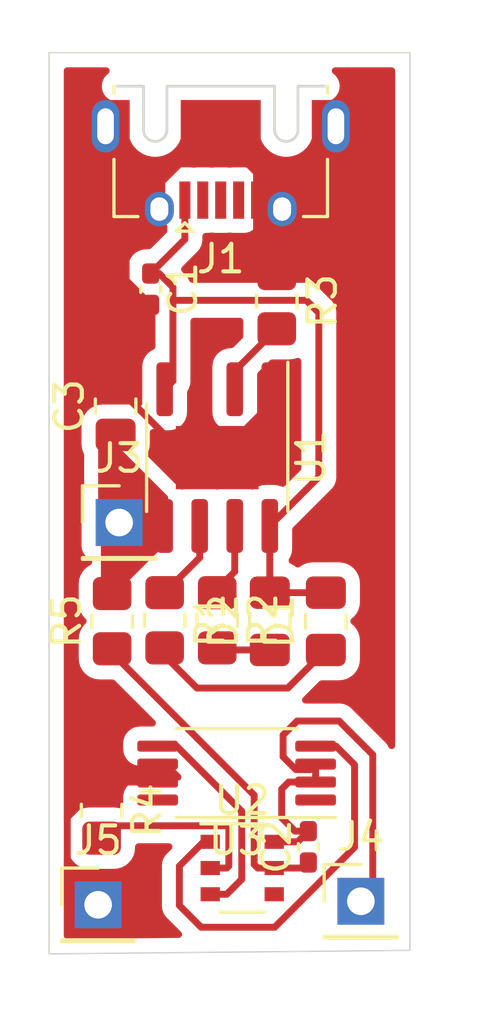
<source format=kicad_pcb>
(kicad_pcb (version 20171130) (host pcbnew 5.1.10-88a1d61d58~89~ubuntu20.04.1)

  (general
    (thickness 1.6)
    (drawings 5)
    (tracks 133)
    (zones 0)
    (modules 17)
    (nets 20)
  )

  (page A4)
  (layers
    (0 F.Cu signal)
    (31 B.Cu signal)
    (32 B.Adhes user)
    (33 F.Adhes user)
    (34 B.Paste user)
    (35 F.Paste user)
    (36 B.SilkS user)
    (37 F.SilkS user hide)
    (38 B.Mask user)
    (39 F.Mask user)
    (40 Dwgs.User user)
    (41 Cmts.User user)
    (42 Eco1.User user)
    (43 Eco2.User user)
    (44 Edge.Cuts user)
    (45 Margin user)
    (46 B.CrtYd user)
    (47 F.CrtYd user)
    (48 B.Fab user)
    (49 F.Fab user)
  )

  (setup
    (last_trace_width 0.25)
    (trace_clearance 0.2)
    (zone_clearance 0.127)
    (zone_45_only no)
    (trace_min 0.2)
    (via_size 0.8)
    (via_drill 0.4)
    (via_min_size 0.4)
    (via_min_drill 0.3)
    (uvia_size 0.3)
    (uvia_drill 0.1)
    (uvias_allowed no)
    (uvia_min_size 0.2)
    (uvia_min_drill 0.1)
    (edge_width 0.05)
    (segment_width 0.2)
    (pcb_text_width 0.3)
    (pcb_text_size 1.5 1.5)
    (mod_edge_width 0.12)
    (mod_text_size 1 1)
    (mod_text_width 0.15)
    (pad_size 1.524 1.524)
    (pad_drill 0.762)
    (pad_to_mask_clearance 0)
    (aux_axis_origin 0 0)
    (visible_elements FFFFFF7F)
    (pcbplotparams
      (layerselection 0x00000_7fffffff)
      (usegerberextensions false)
      (usegerberattributes true)
      (usegerberadvancedattributes true)
      (creategerberjobfile true)
      (excludeedgelayer false)
      (linewidth 0.100000)
      (plotframeref false)
      (viasonmask true)
      (mode 1)
      (useauxorigin false)
      (hpglpennumber 1)
      (hpglpenspeed 20)
      (hpglpendiameter 15.000000)
      (psnegative true)
      (psa4output false)
      (plotreference false)
      (plotvalue false)
      (plotinvisibletext false)
      (padsonsilk false)
      (subtractmaskfromsilk false)
      (outputformat 4)
      (mirror false)
      (drillshape 1)
      (scaleselection 1)
      (outputdirectory ""))
  )

  (net 0 "")
  (net 1 GND)
  (net 2 "Net-(C1-Pad1)")
  (net 3 "Net-(C2-Pad2)")
  (net 4 "Net-(C2-Pad1)")
  (net 5 "Net-(C3-Pad1)")
  (net 6 "Net-(D1-Pad1)")
  (net 7 "Net-(D2-Pad1)")
  (net 8 "Net-(J1-Pad2)")
  (net 9 "Net-(J1-Pad3)")
  (net 10 "Net-(J1-Pad4)")
  (net 11 "Net-(R1-Pad1)")
  (net 12 "Net-(R2-Pad1)")
  (net 13 "Net-(R3-Pad2)")
  (net 14 "Net-(R4-Pad2)")
  (net 15 "Net-(U2-Pad4)")
  (net 16 "Net-(U2-Pad3)")
  (net 17 "Net-(U2-Pad1)")
  (net 18 "Net-(U3-Pad8)")
  (net 19 "Net-(U3-Pad1)")

  (net_class Default "This is the default net class."
    (clearance 0.2)
    (trace_width 0.25)
    (via_dia 0.8)
    (via_drill 0.4)
    (uvia_dia 0.3)
    (uvia_drill 0.1)
    (add_net GND)
    (add_net "Net-(C1-Pad1)")
    (add_net "Net-(C2-Pad1)")
    (add_net "Net-(C2-Pad2)")
    (add_net "Net-(C3-Pad1)")
    (add_net "Net-(D1-Pad1)")
    (add_net "Net-(D2-Pad1)")
    (add_net "Net-(J1-Pad2)")
    (add_net "Net-(J1-Pad3)")
    (add_net "Net-(J1-Pad4)")
    (add_net "Net-(R1-Pad1)")
    (add_net "Net-(R2-Pad1)")
    (add_net "Net-(R3-Pad2)")
    (add_net "Net-(R4-Pad2)")
    (add_net "Net-(U2-Pad1)")
    (add_net "Net-(U2-Pad3)")
    (add_net "Net-(U2-Pad4)")
    (add_net "Net-(U3-Pad1)")
    (add_net "Net-(U3-Pad8)")
  )

  (module Resistor_SMD:R_0805_2012Metric_Pad1.20x1.40mm_HandSolder (layer F.Cu) (tedit 5F68FEEE) (tstamp 60EB3C39)
    (at 149.098 73.263 270)
    (descr "Resistor SMD 0805 (2012 Metric), square (rectangular) end terminal, IPC_7351 nominal with elongated pad for handsoldering. (Body size source: IPC-SM-782 page 72, https://www.pcb-3d.com/wordpress/wp-content/uploads/ipc-sm-782a_amendment_1_and_2.pdf), generated with kicad-footprint-generator")
    (tags "resistor handsolder")
    (path /60EAA3C9)
    (attr smd)
    (fp_text reference R3 (at 0 -1.65 90) (layer F.SilkS)
      (effects (font (size 1 1) (thickness 0.15)))
    )
    (fp_text value 1.2k (at 0 1.65 90) (layer F.Fab)
      (effects (font (size 1 1) (thickness 0.15)))
    )
    (fp_line (start 1.85 0.95) (end -1.85 0.95) (layer F.CrtYd) (width 0.05))
    (fp_line (start 1.85 -0.95) (end 1.85 0.95) (layer F.CrtYd) (width 0.05))
    (fp_line (start -1.85 -0.95) (end 1.85 -0.95) (layer F.CrtYd) (width 0.05))
    (fp_line (start -1.85 0.95) (end -1.85 -0.95) (layer F.CrtYd) (width 0.05))
    (fp_line (start -0.227064 0.735) (end 0.227064 0.735) (layer F.SilkS) (width 0.12))
    (fp_line (start -0.227064 -0.735) (end 0.227064 -0.735) (layer F.SilkS) (width 0.12))
    (fp_line (start 1 0.625) (end -1 0.625) (layer F.Fab) (width 0.1))
    (fp_line (start 1 -0.625) (end 1 0.625) (layer F.Fab) (width 0.1))
    (fp_line (start -1 -0.625) (end 1 -0.625) (layer F.Fab) (width 0.1))
    (fp_line (start -1 0.625) (end -1 -0.625) (layer F.Fab) (width 0.1))
    (fp_text user %R (at 0 0 90) (layer F.Fab)
      (effects (font (size 0.5 0.5) (thickness 0.08)))
    )
    (pad 2 smd roundrect (at 1 0 270) (size 1.2 1.4) (layers F.Cu F.Paste F.Mask) (roundrect_rratio 0.2083325)
      (net 13 "Net-(R3-Pad2)"))
    (pad 1 smd roundrect (at -1 0 270) (size 1.2 1.4) (layers F.Cu F.Paste F.Mask) (roundrect_rratio 0.2083325)
      (net 1 GND))
    (model ${KISYS3DMOD}/Resistor_SMD.3dshapes/R_0805_2012Metric.wrl
      (at (xyz 0 0 0))
      (scale (xyz 1 1 1))
      (rotate (xyz 0 0 0))
    )
  )

  (module Package_SO:TSSOP-8_4.4x3mm_P0.65mm (layer F.Cu) (tedit 5E476F32) (tstamp 60EB3866)
    (at 147.6425 90.353 180)
    (descr "TSSOP, 8 Pin (JEDEC MO-153 Var AA https://www.jedec.org/document_search?search_api_views_fulltext=MO-153), generated with kicad-footprint-generator ipc_gullwing_generator.py")
    (tags "TSSOP SO")
    (path /60EAE628)
    (attr smd)
    (fp_text reference U3 (at 0 -2.45) (layer F.SilkS)
      (effects (font (size 1 1) (thickness 0.15)))
    )
    (fp_text value FS8205A (at 0 2.45) (layer F.Fab)
      (effects (font (size 1 1) (thickness 0.15)))
    )
    (fp_line (start 3.85 -1.75) (end -3.85 -1.75) (layer F.CrtYd) (width 0.05))
    (fp_line (start 3.85 1.75) (end 3.85 -1.75) (layer F.CrtYd) (width 0.05))
    (fp_line (start -3.85 1.75) (end 3.85 1.75) (layer F.CrtYd) (width 0.05))
    (fp_line (start -3.85 -1.75) (end -3.85 1.75) (layer F.CrtYd) (width 0.05))
    (fp_line (start -2.2 -0.75) (end -1.45 -1.5) (layer F.Fab) (width 0.1))
    (fp_line (start -2.2 1.5) (end -2.2 -0.75) (layer F.Fab) (width 0.1))
    (fp_line (start 2.2 1.5) (end -2.2 1.5) (layer F.Fab) (width 0.1))
    (fp_line (start 2.2 -1.5) (end 2.2 1.5) (layer F.Fab) (width 0.1))
    (fp_line (start -1.45 -1.5) (end 2.2 -1.5) (layer F.Fab) (width 0.1))
    (fp_line (start 0 -1.61) (end -3.6 -1.61) (layer F.SilkS) (width 0.12))
    (fp_line (start 0 -1.61) (end 2.2 -1.61) (layer F.SilkS) (width 0.12))
    (fp_line (start 0 1.61) (end -2.2 1.61) (layer F.SilkS) (width 0.12))
    (fp_line (start 0 1.61) (end 2.2 1.61) (layer F.SilkS) (width 0.12))
    (fp_text user %R (at 0 0) (layer F.Fab)
      (effects (font (size 1 1) (thickness 0.15)))
    )
    (pad 8 smd roundrect (at 2.8625 -0.975 180) (size 1.475 0.4) (layers F.Cu F.Paste F.Mask) (roundrect_rratio 0.25)
      (net 18 "Net-(U3-Pad8)"))
    (pad 7 smd roundrect (at 2.8625 -0.325 180) (size 1.475 0.4) (layers F.Cu F.Paste F.Mask) (roundrect_rratio 0.25)
      (net 1 GND))
    (pad 6 smd roundrect (at 2.8625 0.325 180) (size 1.475 0.4) (layers F.Cu F.Paste F.Mask) (roundrect_rratio 0.25)
      (net 1 GND))
    (pad 5 smd roundrect (at 2.8625 0.975 180) (size 1.475 0.4) (layers F.Cu F.Paste F.Mask) (roundrect_rratio 0.25)
      (net 16 "Net-(U2-Pad3)"))
    (pad 4 smd roundrect (at -2.8625 0.975 180) (size 1.475 0.4) (layers F.Cu F.Paste F.Mask) (roundrect_rratio 0.25)
      (net 17 "Net-(U2-Pad1)"))
    (pad 3 smd roundrect (at -2.8625 0.325 180) (size 1.475 0.4) (layers F.Cu F.Paste F.Mask) (roundrect_rratio 0.25)
      (net 3 "Net-(C2-Pad2)"))
    (pad 2 smd roundrect (at -2.8625 -0.325 180) (size 1.475 0.4) (layers F.Cu F.Paste F.Mask) (roundrect_rratio 0.25)
      (net 3 "Net-(C2-Pad2)"))
    (pad 1 smd roundrect (at -2.8625 -0.975 180) (size 1.475 0.4) (layers F.Cu F.Paste F.Mask) (roundrect_rratio 0.25)
      (net 19 "Net-(U3-Pad1)"))
    (model ${KISYS3DMOD}/Package_SO.3dshapes/TSSOP-8_4.4x3mm_P0.65mm.wrl
      (at (xyz 0 0 0))
      (scale (xyz 1 1 1))
      (rotate (xyz 0 0 0))
    )
  )

  (module Package_SO:TSOP-6_1.65x3.05mm_P0.95mm (layer F.Cu) (tedit 5A02F25C) (tstamp 60EB384C)
    (at 147.845 93.792)
    (descr "TSOP-6 package (comparable to TSOT-23), https://www.vishay.com/docs/71200/71200.pdf")
    (tags "Jedec MO-193C TSOP-6L")
    (path /60EABA28)
    (attr smd)
    (fp_text reference U2 (at 0 -2.45) (layer F.SilkS)
      (effects (font (size 1 1) (thickness 0.15)))
    )
    (fp_text value DW01 (at 0 2.5) (layer F.Fab)
      (effects (font (size 1 1) (thickness 0.15)))
    )
    (fp_line (start 1.76 1.77) (end -1.76 1.77) (layer F.CrtYd) (width 0.05))
    (fp_line (start 1.76 1.77) (end 1.76 -1.78) (layer F.CrtYd) (width 0.05))
    (fp_line (start -1.76 -1.78) (end -1.76 1.77) (layer F.CrtYd) (width 0.05))
    (fp_line (start -1.76 -1.78) (end 1.76 -1.78) (layer F.CrtYd) (width 0.05))
    (fp_line (start 0.825 -1.525) (end 0.825 1.525) (layer F.Fab) (width 0.1))
    (fp_line (start 0.825 1.525) (end -0.825 1.525) (layer F.Fab) (width 0.1))
    (fp_line (start -0.825 -1.1) (end -0.825 1.525) (layer F.Fab) (width 0.1))
    (fp_line (start 0.825 -1.525) (end -0.425 -1.525) (layer F.Fab) (width 0.1))
    (fp_line (start -0.825 -1.1) (end -0.425 -1.525) (layer F.Fab) (width 0.1))
    (fp_line (start 0.8 -1.6) (end -1.5 -1.6) (layer F.SilkS) (width 0.12))
    (fp_line (start -0.8 1.6) (end 0.8 1.6) (layer F.SilkS) (width 0.12))
    (fp_text user %R (at 0 0 90) (layer F.Fab)
      (effects (font (size 0.5 0.5) (thickness 0.075)))
    )
    (pad 6 smd rect (at 1.16 -0.95) (size 0.7 0.51) (layers F.Cu F.Paste F.Mask)
      (net 3 "Net-(C2-Pad2)"))
    (pad 5 smd rect (at 1.16 0) (size 0.7 0.51) (layers F.Cu F.Paste F.Mask)
      (net 4 "Net-(C2-Pad1)"))
    (pad 4 smd rect (at 1.16 0.95) (size 0.7 0.51) (layers F.Cu F.Paste F.Mask)
      (net 15 "Net-(U2-Pad4)"))
    (pad 3 smd rect (at -1.16 0.95) (size 0.7 0.51) (layers F.Cu F.Paste F.Mask)
      (net 16 "Net-(U2-Pad3)"))
    (pad 2 smd rect (at -1.16 0) (size 0.7 0.51) (layers F.Cu F.Paste F.Mask)
      (net 14 "Net-(R4-Pad2)"))
    (pad 1 smd rect (at -1.16 -0.95) (size 0.7 0.51) (layers F.Cu F.Paste F.Mask)
      (net 17 "Net-(U2-Pad1)"))
    (model ${KISYS3DMOD}/Package_SO.3dshapes/TSOP-6_1.65x3.05mm_P0.95mm.wrl
      (at (xyz 0 0 0))
      (scale (xyz 1 1 1))
      (rotate (xyz 0 0 0))
    )
  )

  (module Package_SO:SOIC-8-1EP_3.9x4.9mm_P1.27mm_EP2.29x3mm (layer F.Cu) (tedit 5DC5FE76) (tstamp 60EB44AA)
    (at 146.939 78.929 270)
    (descr "SOIC, 8 Pin (https://www.analog.com/media/en/technical-documentation/data-sheets/ada4898-1_4898-2.pdf#page=29), generated with kicad-footprint-generator ipc_gullwing_generator.py")
    (tags "SOIC SO")
    (path /60EA8666)
    (attr smd)
    (fp_text reference U1 (at 0 -3.4 90) (layer F.SilkS)
      (effects (font (size 1 1) (thickness 0.15)))
    )
    (fp_text value TP4056 (at 0 3.4 90) (layer F.Fab)
      (effects (font (size 1 1) (thickness 0.15)))
    )
    (fp_line (start 3.7 -2.7) (end -3.7 -2.7) (layer F.CrtYd) (width 0.05))
    (fp_line (start 3.7 2.7) (end 3.7 -2.7) (layer F.CrtYd) (width 0.05))
    (fp_line (start -3.7 2.7) (end 3.7 2.7) (layer F.CrtYd) (width 0.05))
    (fp_line (start -3.7 -2.7) (end -3.7 2.7) (layer F.CrtYd) (width 0.05))
    (fp_line (start -1.95 -1.475) (end -0.975 -2.45) (layer F.Fab) (width 0.1))
    (fp_line (start -1.95 2.45) (end -1.95 -1.475) (layer F.Fab) (width 0.1))
    (fp_line (start 1.95 2.45) (end -1.95 2.45) (layer F.Fab) (width 0.1))
    (fp_line (start 1.95 -2.45) (end 1.95 2.45) (layer F.Fab) (width 0.1))
    (fp_line (start -0.975 -2.45) (end 1.95 -2.45) (layer F.Fab) (width 0.1))
    (fp_line (start 0 -2.56) (end -3.45 -2.56) (layer F.SilkS) (width 0.12))
    (fp_line (start 0 -2.56) (end 1.95 -2.56) (layer F.SilkS) (width 0.12))
    (fp_line (start 0 2.56) (end -1.95 2.56) (layer F.SilkS) (width 0.12))
    (fp_line (start 0 2.56) (end 1.95 2.56) (layer F.SilkS) (width 0.12))
    (fp_text user %R (at 0 0 90) (layer F.Fab)
      (effects (font (size 0.98 0.98) (thickness 0.15)))
    )
    (pad "" smd roundrect (at 0.57 0.75 270) (size 0.92 1.21) (layers F.Paste) (roundrect_rratio 0.25))
    (pad "" smd roundrect (at 0.57 -0.75 270) (size 0.92 1.21) (layers F.Paste) (roundrect_rratio 0.25))
    (pad "" smd roundrect (at -0.57 0.75 270) (size 0.92 1.21) (layers F.Paste) (roundrect_rratio 0.25))
    (pad "" smd roundrect (at -0.57 -0.75 270) (size 0.92 1.21) (layers F.Paste) (roundrect_rratio 0.25))
    (pad 9 smd rect (at 0 0 270) (size 2.29 3) (layers F.Cu F.Mask)
      (net 1 GND))
    (pad 8 smd roundrect (at 2.475 -1.905 270) (size 1.95 0.6) (layers F.Cu F.Paste F.Mask) (roundrect_rratio 0.25)
      (net 2 "Net-(C1-Pad1)"))
    (pad 7 smd roundrect (at 2.475 -0.635 270) (size 1.95 0.6) (layers F.Cu F.Paste F.Mask) (roundrect_rratio 0.25)
      (net 12 "Net-(R2-Pad1)"))
    (pad 6 smd roundrect (at 2.475 0.635 270) (size 1.95 0.6) (layers F.Cu F.Paste F.Mask) (roundrect_rratio 0.25)
      (net 11 "Net-(R1-Pad1)"))
    (pad 5 smd roundrect (at 2.475 1.905 270) (size 1.95 0.6) (layers F.Cu F.Paste F.Mask) (roundrect_rratio 0.25)
      (net 5 "Net-(C3-Pad1)"))
    (pad 4 smd roundrect (at -2.475 1.905 270) (size 1.95 0.6) (layers F.Cu F.Paste F.Mask) (roundrect_rratio 0.25)
      (net 2 "Net-(C1-Pad1)"))
    (pad 3 smd roundrect (at -2.475 0.635 270) (size 1.95 0.6) (layers F.Cu F.Paste F.Mask) (roundrect_rratio 0.25)
      (net 1 GND))
    (pad 2 smd roundrect (at -2.475 -0.635 270) (size 1.95 0.6) (layers F.Cu F.Paste F.Mask) (roundrect_rratio 0.25)
      (net 13 "Net-(R3-Pad2)"))
    (pad 1 smd roundrect (at -2.475 -1.905 270) (size 1.95 0.6) (layers F.Cu F.Paste F.Mask) (roundrect_rratio 0.25)
      (net 1 GND))
    (model ${KISYS3DMOD}/Package_SO.3dshapes/SOIC-8-1EP_3.9x4.9mm_P1.27mm_EP2.29x3mm.wrl
      (at (xyz 0 0 0))
      (scale (xyz 1 1 1))
      (rotate (xyz 0 0 0))
    )
  )

  (module Resistor_SMD:R_0805_2012Metric_Pad1.20x1.40mm_HandSolder (layer F.Cu) (tedit 5F68FEEE) (tstamp 60EB3D3C)
    (at 143.129 84.852 90)
    (descr "Resistor SMD 0805 (2012 Metric), square (rectangular) end terminal, IPC_7351 nominal with elongated pad for handsoldering. (Body size source: IPC-SM-782 page 72, https://www.pcb-3d.com/wordpress/wp-content/uploads/ipc-sm-782a_amendment_1_and_2.pdf), generated with kicad-footprint-generator")
    (tags "resistor handsolder")
    (path /60ECF723)
    (attr smd)
    (fp_text reference R5 (at 0 -1.65 90) (layer F.SilkS)
      (effects (font (size 1 1) (thickness 0.15)))
    )
    (fp_text value 100 (at 0 1.65 90) (layer F.Fab)
      (effects (font (size 1 1) (thickness 0.15)))
    )
    (fp_line (start 1.85 0.95) (end -1.85 0.95) (layer F.CrtYd) (width 0.05))
    (fp_line (start 1.85 -0.95) (end 1.85 0.95) (layer F.CrtYd) (width 0.05))
    (fp_line (start -1.85 -0.95) (end 1.85 -0.95) (layer F.CrtYd) (width 0.05))
    (fp_line (start -1.85 0.95) (end -1.85 -0.95) (layer F.CrtYd) (width 0.05))
    (fp_line (start -0.227064 0.735) (end 0.227064 0.735) (layer F.SilkS) (width 0.12))
    (fp_line (start -0.227064 -0.735) (end 0.227064 -0.735) (layer F.SilkS) (width 0.12))
    (fp_line (start 1 0.625) (end -1 0.625) (layer F.Fab) (width 0.1))
    (fp_line (start 1 -0.625) (end 1 0.625) (layer F.Fab) (width 0.1))
    (fp_line (start -1 -0.625) (end 1 -0.625) (layer F.Fab) (width 0.1))
    (fp_line (start -1 0.625) (end -1 -0.625) (layer F.Fab) (width 0.1))
    (fp_text user %R (at 0 0 90) (layer F.Fab)
      (effects (font (size 0.5 0.5) (thickness 0.08)))
    )
    (pad 2 smd roundrect (at 1 0 90) (size 1.2 1.4) (layers F.Cu F.Paste F.Mask) (roundrect_rratio 0.2083325)
      (net 5 "Net-(C3-Pad1)"))
    (pad 1 smd roundrect (at -1 0 90) (size 1.2 1.4) (layers F.Cu F.Paste F.Mask) (roundrect_rratio 0.2083325)
      (net 4 "Net-(C2-Pad1)"))
    (model ${KISYS3DMOD}/Resistor_SMD.3dshapes/R_0805_2012Metric.wrl
      (at (xyz 0 0 0))
      (scale (xyz 1 1 1))
      (rotate (xyz 0 0 0))
    )
  )

  (module Resistor_SMD:R_0805_2012Metric_Pad1.20x1.40mm_HandSolder (layer F.Cu) (tedit 5F68FEEE) (tstamp 60EB3806)
    (at 142.748 91.71 270)
    (descr "Resistor SMD 0805 (2012 Metric), square (rectangular) end terminal, IPC_7351 nominal with elongated pad for handsoldering. (Body size source: IPC-SM-782 page 72, https://www.pcb-3d.com/wordpress/wp-content/uploads/ipc-sm-782a_amendment_1_and_2.pdf), generated with kicad-footprint-generator")
    (tags "resistor handsolder")
    (path /60ECD5C4)
    (attr smd)
    (fp_text reference R4 (at 0 -1.65 90) (layer F.SilkS)
      (effects (font (size 1 1) (thickness 0.15)))
    )
    (fp_text value 1k (at 0 1.65 90) (layer F.Fab)
      (effects (font (size 1 1) (thickness 0.15)))
    )
    (fp_line (start 1.85 0.95) (end -1.85 0.95) (layer F.CrtYd) (width 0.05))
    (fp_line (start 1.85 -0.95) (end 1.85 0.95) (layer F.CrtYd) (width 0.05))
    (fp_line (start -1.85 -0.95) (end 1.85 -0.95) (layer F.CrtYd) (width 0.05))
    (fp_line (start -1.85 0.95) (end -1.85 -0.95) (layer F.CrtYd) (width 0.05))
    (fp_line (start -0.227064 0.735) (end 0.227064 0.735) (layer F.SilkS) (width 0.12))
    (fp_line (start -0.227064 -0.735) (end 0.227064 -0.735) (layer F.SilkS) (width 0.12))
    (fp_line (start 1 0.625) (end -1 0.625) (layer F.Fab) (width 0.1))
    (fp_line (start 1 -0.625) (end 1 0.625) (layer F.Fab) (width 0.1))
    (fp_line (start -1 -0.625) (end 1 -0.625) (layer F.Fab) (width 0.1))
    (fp_line (start -1 0.625) (end -1 -0.625) (layer F.Fab) (width 0.1))
    (fp_text user %R (at 0 0 90) (layer F.Fab)
      (effects (font (size 0.5 0.5) (thickness 0.08)))
    )
    (pad 2 smd roundrect (at 1 0 270) (size 1.2 1.4) (layers F.Cu F.Paste F.Mask) (roundrect_rratio 0.2083325)
      (net 14 "Net-(R4-Pad2)"))
    (pad 1 smd roundrect (at -1 0 270) (size 1.2 1.4) (layers F.Cu F.Paste F.Mask) (roundrect_rratio 0.2083325)
      (net 1 GND))
    (model ${KISYS3DMOD}/Resistor_SMD.3dshapes/R_0805_2012Metric.wrl
      (at (xyz 0 0 0))
      (scale (xyz 1 1 1))
      (rotate (xyz 0 0 0))
    )
  )

  (module Resistor_SMD:R_0805_2012Metric_Pad1.20x1.40mm_HandSolder (layer F.Cu) (tedit 5F68FEEE) (tstamp 60EB37E4)
    (at 146.939 84.82 270)
    (descr "Resistor SMD 0805 (2012 Metric), square (rectangular) end terminal, IPC_7351 nominal with elongated pad for handsoldering. (Body size source: IPC-SM-782 page 72, https://www.pcb-3d.com/wordpress/wp-content/uploads/ipc-sm-782a_amendment_1_and_2.pdf), generated with kicad-footprint-generator")
    (tags "resistor handsolder")
    (path /60EA265C)
    (attr smd)
    (fp_text reference R2 (at 0 -1.65 90) (layer F.SilkS)
      (effects (font (size 1 1) (thickness 0.15)))
    )
    (fp_text value 1K (at 0 1.65 90) (layer F.Fab)
      (effects (font (size 1 1) (thickness 0.15)))
    )
    (fp_line (start 1.85 0.95) (end -1.85 0.95) (layer F.CrtYd) (width 0.05))
    (fp_line (start 1.85 -0.95) (end 1.85 0.95) (layer F.CrtYd) (width 0.05))
    (fp_line (start -1.85 -0.95) (end 1.85 -0.95) (layer F.CrtYd) (width 0.05))
    (fp_line (start -1.85 0.95) (end -1.85 -0.95) (layer F.CrtYd) (width 0.05))
    (fp_line (start -0.227064 0.735) (end 0.227064 0.735) (layer F.SilkS) (width 0.12))
    (fp_line (start -0.227064 -0.735) (end 0.227064 -0.735) (layer F.SilkS) (width 0.12))
    (fp_line (start 1 0.625) (end -1 0.625) (layer F.Fab) (width 0.1))
    (fp_line (start 1 -0.625) (end 1 0.625) (layer F.Fab) (width 0.1))
    (fp_line (start -1 -0.625) (end 1 -0.625) (layer F.Fab) (width 0.1))
    (fp_line (start -1 0.625) (end -1 -0.625) (layer F.Fab) (width 0.1))
    (fp_text user %R (at 0 0 90) (layer F.Fab)
      (effects (font (size 0.5 0.5) (thickness 0.08)))
    )
    (pad 2 smd roundrect (at 1 0 270) (size 1.2 1.4) (layers F.Cu F.Paste F.Mask) (roundrect_rratio 0.2083325)
      (net 7 "Net-(D2-Pad1)"))
    (pad 1 smd roundrect (at -1 0 270) (size 1.2 1.4) (layers F.Cu F.Paste F.Mask) (roundrect_rratio 0.2083325)
      (net 12 "Net-(R2-Pad1)"))
    (model ${KISYS3DMOD}/Resistor_SMD.3dshapes/R_0805_2012Metric.wrl
      (at (xyz 0 0 0))
      (scale (xyz 1 1 1))
      (rotate (xyz 0 0 0))
    )
  )

  (module Resistor_SMD:R_0805_2012Metric_Pad1.20x1.40mm_HandSolder (layer F.Cu) (tedit 5F68FEEE) (tstamp 60EB3F62)
    (at 145.034 84.82 270)
    (descr "Resistor SMD 0805 (2012 Metric), square (rectangular) end terminal, IPC_7351 nominal with elongated pad for handsoldering. (Body size source: IPC-SM-782 page 72, https://www.pcb-3d.com/wordpress/wp-content/uploads/ipc-sm-782a_amendment_1_and_2.pdf), generated with kicad-footprint-generator")
    (tags "resistor handsolder")
    (path /60EA33F1)
    (attr smd)
    (fp_text reference R1 (at 0 -1.65 90) (layer F.SilkS)
      (effects (font (size 1 1) (thickness 0.15)))
    )
    (fp_text value 1K (at 0 1.65 90) (layer F.Fab)
      (effects (font (size 1 1) (thickness 0.15)))
    )
    (fp_line (start 1.85 0.95) (end -1.85 0.95) (layer F.CrtYd) (width 0.05))
    (fp_line (start 1.85 -0.95) (end 1.85 0.95) (layer F.CrtYd) (width 0.05))
    (fp_line (start -1.85 -0.95) (end 1.85 -0.95) (layer F.CrtYd) (width 0.05))
    (fp_line (start -1.85 0.95) (end -1.85 -0.95) (layer F.CrtYd) (width 0.05))
    (fp_line (start -0.227064 0.735) (end 0.227064 0.735) (layer F.SilkS) (width 0.12))
    (fp_line (start -0.227064 -0.735) (end 0.227064 -0.735) (layer F.SilkS) (width 0.12))
    (fp_line (start 1 0.625) (end -1 0.625) (layer F.Fab) (width 0.1))
    (fp_line (start 1 -0.625) (end 1 0.625) (layer F.Fab) (width 0.1))
    (fp_line (start -1 -0.625) (end 1 -0.625) (layer F.Fab) (width 0.1))
    (fp_line (start -1 0.625) (end -1 -0.625) (layer F.Fab) (width 0.1))
    (fp_text user %R (at 0 0 90) (layer F.Fab)
      (effects (font (size 0.5 0.5) (thickness 0.08)))
    )
    (pad 2 smd roundrect (at 1 0 270) (size 1.2 1.4) (layers F.Cu F.Paste F.Mask) (roundrect_rratio 0.2083325)
      (net 6 "Net-(D1-Pad1)"))
    (pad 1 smd roundrect (at -1 0 270) (size 1.2 1.4) (layers F.Cu F.Paste F.Mask) (roundrect_rratio 0.2083325)
      (net 11 "Net-(R1-Pad1)"))
    (model ${KISYS3DMOD}/Resistor_SMD.3dshapes/R_0805_2012Metric.wrl
      (at (xyz 0 0 0))
      (scale (xyz 1 1 1))
      (rotate (xyz 0 0 0))
    )
  )

  (module Connector_PinHeader_2.54mm:PinHeader_1x01_P2.54mm_Vertical (layer F.Cu) (tedit 59FED5CC) (tstamp 60EB638E)
    (at 142.621 95.123)
    (descr "Through hole straight pin header, 1x01, 2.54mm pitch, single row")
    (tags "Through hole pin header THT 1x01 2.54mm single row")
    (path /60EE4620)
    (fp_text reference J5 (at 0 -2.33) (layer F.SilkS)
      (effects (font (size 1 1) (thickness 0.15)))
    )
    (fp_text value OUT- (at 0 2.33) (layer F.Fab)
      (effects (font (size 1 1) (thickness 0.15)))
    )
    (fp_line (start 1.8 -1.8) (end -1.8 -1.8) (layer F.CrtYd) (width 0.05))
    (fp_line (start 1.8 1.8) (end 1.8 -1.8) (layer F.CrtYd) (width 0.05))
    (fp_line (start -1.8 1.8) (end 1.8 1.8) (layer F.CrtYd) (width 0.05))
    (fp_line (start -1.8 -1.8) (end -1.8 1.8) (layer F.CrtYd) (width 0.05))
    (fp_line (start -1.33 -1.33) (end 0 -1.33) (layer F.SilkS) (width 0.12))
    (fp_line (start -1.33 0) (end -1.33 -1.33) (layer F.SilkS) (width 0.12))
    (fp_line (start -1.33 1.27) (end 1.33 1.27) (layer F.SilkS) (width 0.12))
    (fp_line (start 1.33 1.27) (end 1.33 1.33) (layer F.SilkS) (width 0.12))
    (fp_line (start -1.33 1.27) (end -1.33 1.33) (layer F.SilkS) (width 0.12))
    (fp_line (start -1.33 1.33) (end 1.33 1.33) (layer F.SilkS) (width 0.12))
    (fp_line (start -1.27 -0.635) (end -0.635 -1.27) (layer F.Fab) (width 0.1))
    (fp_line (start -1.27 1.27) (end -1.27 -0.635) (layer F.Fab) (width 0.1))
    (fp_line (start 1.27 1.27) (end -1.27 1.27) (layer F.Fab) (width 0.1))
    (fp_line (start 1.27 -1.27) (end 1.27 1.27) (layer F.Fab) (width 0.1))
    (fp_line (start -0.635 -1.27) (end 1.27 -1.27) (layer F.Fab) (width 0.1))
    (fp_text user %R (at 0 0 90) (layer F.Fab)
      (effects (font (size 1 1) (thickness 0.15)))
    )
    (pad 1 thru_hole rect (at 0 0) (size 1.7 1.7) (drill 1) (layers *.Cu *.Mask)
      (net 1 GND))
    (model ${KISYS3DMOD}/Connector_PinHeader_2.54mm.3dshapes/PinHeader_1x01_P2.54mm_Vertical.wrl
      (at (xyz 0 0 0))
      (scale (xyz 1 1 1))
      (rotate (xyz 0 0 0))
    )
  )

  (module Connector_PinHeader_2.54mm:PinHeader_1x01_P2.54mm_Vertical (layer F.Cu) (tedit 59FED5CC) (tstamp 60EB6D66)
    (at 152.146 94.996)
    (descr "Through hole straight pin header, 1x01, 2.54mm pitch, single row")
    (tags "Through hole pin header THT 1x01 2.54mm single row")
    (path /60EE42D0)
    (fp_text reference J4 (at 0 -2.33) (layer F.SilkS)
      (effects (font (size 1 1) (thickness 0.15)))
    )
    (fp_text value B- (at 0 2.33) (layer F.Fab)
      (effects (font (size 1 1) (thickness 0.15)))
    )
    (fp_line (start 1.8 -1.8) (end -1.8 -1.8) (layer F.CrtYd) (width 0.05))
    (fp_line (start 1.8 1.8) (end 1.8 -1.8) (layer F.CrtYd) (width 0.05))
    (fp_line (start -1.8 1.8) (end 1.8 1.8) (layer F.CrtYd) (width 0.05))
    (fp_line (start -1.8 -1.8) (end -1.8 1.8) (layer F.CrtYd) (width 0.05))
    (fp_line (start -1.33 -1.33) (end 0 -1.33) (layer F.SilkS) (width 0.12))
    (fp_line (start -1.33 0) (end -1.33 -1.33) (layer F.SilkS) (width 0.12))
    (fp_line (start -1.33 1.27) (end 1.33 1.27) (layer F.SilkS) (width 0.12))
    (fp_line (start 1.33 1.27) (end 1.33 1.33) (layer F.SilkS) (width 0.12))
    (fp_line (start -1.33 1.27) (end -1.33 1.33) (layer F.SilkS) (width 0.12))
    (fp_line (start -1.33 1.33) (end 1.33 1.33) (layer F.SilkS) (width 0.12))
    (fp_line (start -1.27 -0.635) (end -0.635 -1.27) (layer F.Fab) (width 0.1))
    (fp_line (start -1.27 1.27) (end -1.27 -0.635) (layer F.Fab) (width 0.1))
    (fp_line (start 1.27 1.27) (end -1.27 1.27) (layer F.Fab) (width 0.1))
    (fp_line (start 1.27 -1.27) (end 1.27 1.27) (layer F.Fab) (width 0.1))
    (fp_line (start -0.635 -1.27) (end 1.27 -1.27) (layer F.Fab) (width 0.1))
    (pad 1 thru_hole rect (at 0 0) (size 1.7 1.7) (drill 1) (layers *.Cu *.Mask)
      (net 3 "Net-(C2-Pad2)"))
    (model ${KISYS3DMOD}/Connector_PinHeader_2.54mm.3dshapes/PinHeader_1x01_P2.54mm_Vertical.wrl
      (at (xyz 0 0 0))
      (scale (xyz 1 1 1))
      (rotate (xyz 0 0 0))
    )
  )

  (module Connector_PinHeader_2.54mm:PinHeader_1x01_P2.54mm_Vertical (layer F.Cu) (tedit 59FED5CC) (tstamp 60EB65A2)
    (at 143.383 81.28)
    (descr "Through hole straight pin header, 1x01, 2.54mm pitch, single row")
    (tags "Through hole pin header THT 1x01 2.54mm single row")
    (path /60EE1917)
    (fp_text reference J3 (at 0 -2.33) (layer F.SilkS)
      (effects (font (size 1 1) (thickness 0.15)))
    )
    (fp_text value B+ (at 0 2.33) (layer F.Fab)
      (effects (font (size 1 1) (thickness 0.15)))
    )
    (fp_line (start 1.8 -1.8) (end -1.8 -1.8) (layer F.CrtYd) (width 0.05))
    (fp_line (start 1.8 1.8) (end 1.8 -1.8) (layer F.CrtYd) (width 0.05))
    (fp_line (start -1.8 1.8) (end 1.8 1.8) (layer F.CrtYd) (width 0.05))
    (fp_line (start -1.8 -1.8) (end -1.8 1.8) (layer F.CrtYd) (width 0.05))
    (fp_line (start -1.33 -1.33) (end 0 -1.33) (layer F.SilkS) (width 0.12))
    (fp_line (start -1.33 0) (end -1.33 -1.33) (layer F.SilkS) (width 0.12))
    (fp_line (start -1.33 1.27) (end 1.33 1.27) (layer F.SilkS) (width 0.12))
    (fp_line (start 1.33 1.27) (end 1.33 1.33) (layer F.SilkS) (width 0.12))
    (fp_line (start -1.33 1.27) (end -1.33 1.33) (layer F.SilkS) (width 0.12))
    (fp_line (start -1.33 1.33) (end 1.33 1.33) (layer F.SilkS) (width 0.12))
    (fp_line (start -1.27 -0.635) (end -0.635 -1.27) (layer F.Fab) (width 0.1))
    (fp_line (start -1.27 1.27) (end -1.27 -0.635) (layer F.Fab) (width 0.1))
    (fp_line (start 1.27 1.27) (end -1.27 1.27) (layer F.Fab) (width 0.1))
    (fp_line (start 1.27 -1.27) (end 1.27 1.27) (layer F.Fab) (width 0.1))
    (fp_line (start -0.635 -1.27) (end 1.27 -1.27) (layer F.Fab) (width 0.1))
    (pad 1 thru_hole rect (at 0 0) (size 1.7 1.7) (drill 1) (layers *.Cu *.Mask)
      (net 5 "Net-(C3-Pad1)"))
    (model ${KISYS3DMOD}/Connector_PinHeader_2.54mm.3dshapes/PinHeader_1x01_P2.54mm_Vertical.wrl
      (at (xyz 0 0 0))
      (scale (xyz 1 1 1))
      (rotate (xyz 0 0 0))
    )
  )

  (module Connector_USB:USB_Micro-AB_Molex_47590-0001 (layer F.Cu) (tedit 5DAEB89E) (tstamp 60EB376E)
    (at 147.066 66.929 180)
    (descr "Micro USB AB receptable, right-angle inverted (https://www.molex.com/pdm_docs/sd/475900001_sd.pdf)")
    (tags "Micro AB USB SMD")
    (path /60E9DB91)
    (attr smd)
    (fp_text reference J1 (at 0 -4.8 180) (layer F.SilkS)
      (effects (font (size 1 1) (thickness 0.15)))
    )
    (fp_text value USB_B_Micro (at 0 3.5) (layer F.Fab)
      (effects (font (size 1 1) (thickness 0.15)))
    )
    (fp_line (start -3.75 1.45) (end 3.75 1.45) (layer F.Fab) (width 0.1))
    (fp_line (start -3.87 1.2) (end -3.87 1.45) (layer F.SilkS) (width 0.12))
    (fp_line (start 3.87 1.2) (end 3.87 1.45) (layer F.SilkS) (width 0.12))
    (fp_line (start 3 -3.27) (end 3.87 -3.27) (layer F.SilkS) (width 0.12))
    (fp_line (start -3.87 -3.27) (end -3.87 -1.2) (layer F.SilkS) (width 0.12))
    (fp_line (start 3.87 -3.27) (end 3.87 -1.2) (layer F.SilkS) (width 0.12))
    (fp_line (start -3.75 2.15) (end 3.75 2.15) (layer F.Fab) (width 0.1))
    (fp_line (start -3.75 -3.15) (end -3.75 1.45) (layer F.Fab) (width 0.1))
    (fp_line (start -3.75 1.45) (end -2.8 1.45) (layer Edge.Cuts) (width 0.1))
    (fp_line (start -2.8 -0.125) (end -2.8 1.45) (layer Edge.Cuts) (width 0.1))
    (fp_line (start -1.95 -0.125) (end -1.95 1.45) (layer Edge.Cuts) (width 0.1))
    (fp_line (start -1.95 1.45) (end 1.95 1.45) (layer Edge.Cuts) (width 0.1))
    (fp_line (start 1.95 -0.125) (end 1.95 1.45) (layer Edge.Cuts) (width 0.1))
    (fp_line (start 2.8 -0.125) (end 2.8 1.45) (layer Edge.Cuts) (width 0.1))
    (fp_line (start 2.8 1.45) (end 3.75 1.45) (layer Edge.Cuts) (width 0.1))
    (fp_line (start 3.75 -3.15) (end 3.75 1.45) (layer F.Fab) (width 0.1))
    (fp_line (start -3.75 -3.15) (end 3.75 -3.15) (layer F.Fab) (width 0.1))
    (fp_line (start -5.18 -4.13) (end 5.18 -4.13) (layer F.CrtYd) (width 0.05))
    (fp_line (start 5.18 -4.13) (end 5.18 2.65) (layer F.CrtYd) (width 0.05))
    (fp_line (start -5.18 -4.13) (end -5.18 2.65) (layer F.CrtYd) (width 0.05))
    (fp_line (start -5.18 2.65) (end 5.18 2.65) (layer F.CrtYd) (width 0.05))
    (fp_line (start -3.87 -3.27) (end -3 -3.27) (layer F.SilkS) (width 0.12))
    (fp_line (start 1.3 -3.5) (end 1 -3.8) (layer F.SilkS) (width 0.12))
    (fp_line (start 1.3 -3.5) (end 1.6 -3.8) (layer F.SilkS) (width 0.12))
    (fp_line (start 1 -3.8) (end 1.6 -3.8) (layer F.SilkS) (width 0.12))
    (fp_text user "PCB Edge" (at 0 1.45) (layer Dwgs.User)
      (effects (font (size 0.4 0.4) (thickness 0.04)))
    )
    (fp_text user %R (at 0 -1.5) (layer F.Fab)
      (effects (font (size 1 1) (thickness 0.15)))
    )
    (fp_arc (start -2.375 -0.125) (end -2.8 -0.125) (angle 180) (layer Edge.Cuts) (width 0.1))
    (fp_arc (start 2.375 -0.125) (end 1.95 -0.125) (angle 180) (layer Edge.Cuts) (width 0.1))
    (pad "" smd rect (at -3.5 0 180) (size 0.3 0.85) (layers F.Paste))
    (pad "" smd rect (at 3.5 0 180) (size 0.3 0.85) (layers F.Paste))
    (pad 6 smd rect (at -3.7375 0 180) (size 0.875 1.9) (layers F.Cu F.Mask)
      (net 1 GND))
    (pad 6 smd rect (at 3.7375 0 180) (size 0.875 1.9) (layers F.Cu F.Mask)
      (net 1 GND))
    (pad 6 smd rect (at 0 0 180) (size 2.9 1.9) (layers F.Cu F.Paste F.Mask)
      (net 1 GND))
    (pad 2 smd rect (at 0.65 -2.675 180) (size 0.4 1.35) (layers F.Cu F.Paste F.Mask)
      (net 8 "Net-(J1-Pad2)"))
    (pad 6 thru_hole oval (at 4.175 0 180) (size 1 1.9) (drill oval 0.6 1.3) (layers *.Cu *.Mask)
      (net 1 GND))
    (pad 6 thru_hole oval (at -4.175 0 180) (size 1 1.9) (drill oval 0.6 1.3) (layers *.Cu *.Mask)
      (net 1 GND))
    (pad 6 thru_hole oval (at 2.225 -3 180) (size 1.05 1.25) (drill oval 0.65 0.85) (layers *.Cu *.Mask)
      (net 1 GND))
    (pad 1 smd rect (at 1.3 -2.675 180) (size 0.4 1.35) (layers F.Cu F.Paste F.Mask)
      (net 2 "Net-(C1-Pad1)"))
    (pad 3 smd rect (at 0 -2.675 180) (size 0.4 1.35) (layers F.Cu F.Paste F.Mask)
      (net 9 "Net-(J1-Pad3)"))
    (pad 4 smd rect (at -0.65 -2.675 180) (size 0.4 1.35) (layers F.Cu F.Paste F.Mask)
      (net 10 "Net-(J1-Pad4)"))
    (pad 5 smd rect (at -1.3 -2.675 180) (size 0.4 1.35) (layers F.Cu F.Paste F.Mask)
      (net 1 GND))
    (pad 6 thru_hole oval (at -2.225 -3 180) (size 1.05 1.25) (drill oval 0.65 0.85) (layers *.Cu *.Mask)
      (net 1 GND))
    (model ${KISYS3DMOD}/Connector_USB.3dshapes/USB_Micro-AB_Molex_47590-0001.wrl
      (at (xyz 0 0 0))
      (scale (xyz 1 1 1))
      (rotate (xyz 0 0 0))
    )
  )

  (module Capacitor_SMD:C_0805_2012Metric_Pad1.18x1.45mm_HandSolder (layer F.Cu) (tedit 5F68FEEF) (tstamp 60EB373F)
    (at 148.844 84.8575 90)
    (descr "Capacitor SMD 0805 (2012 Metric), square (rectangular) end terminal, IPC_7351 nominal with elongated pad for handsoldering. (Body size source: IPC-SM-782 page 76, https://www.pcb-3d.com/wordpress/wp-content/uploads/ipc-sm-782a_amendment_1_and_2.pdf, https://docs.google.com/spreadsheets/d/1BsfQQcO9C6DZCsRaXUlFlo91Tg2WpOkGARC1WS5S8t0/edit?usp=sharing), generated with kicad-footprint-generator")
    (tags "capacitor handsolder")
    (path /60EA09AD)
    (attr smd)
    (fp_text reference D2 (at 0 -1.68 90) (layer F.SilkS)
      (effects (font (size 1 1) (thickness 0.15)))
    )
    (fp_text value LED_R (at 0 1.68 90) (layer F.Fab)
      (effects (font (size 1 1) (thickness 0.15)))
    )
    (fp_line (start 1.88 0.98) (end -1.88 0.98) (layer F.CrtYd) (width 0.05))
    (fp_line (start 1.88 -0.98) (end 1.88 0.98) (layer F.CrtYd) (width 0.05))
    (fp_line (start -1.88 -0.98) (end 1.88 -0.98) (layer F.CrtYd) (width 0.05))
    (fp_line (start -1.88 0.98) (end -1.88 -0.98) (layer F.CrtYd) (width 0.05))
    (fp_line (start -0.261252 0.735) (end 0.261252 0.735) (layer F.SilkS) (width 0.12))
    (fp_line (start -0.261252 -0.735) (end 0.261252 -0.735) (layer F.SilkS) (width 0.12))
    (fp_line (start 1 0.625) (end -1 0.625) (layer F.Fab) (width 0.1))
    (fp_line (start 1 -0.625) (end 1 0.625) (layer F.Fab) (width 0.1))
    (fp_line (start -1 -0.625) (end 1 -0.625) (layer F.Fab) (width 0.1))
    (fp_line (start -1 0.625) (end -1 -0.625) (layer F.Fab) (width 0.1))
    (fp_text user %R (at 0 0 90) (layer F.Fab)
      (effects (font (size 0.5 0.5) (thickness 0.08)))
    )
    (pad 2 smd roundrect (at 1.0375 0 90) (size 1.175 1.45) (layers F.Cu F.Paste F.Mask) (roundrect_rratio 0.2127659574468085)
      (net 2 "Net-(C1-Pad1)"))
    (pad 1 smd roundrect (at -1.0375 0 90) (size 1.175 1.45) (layers F.Cu F.Paste F.Mask) (roundrect_rratio 0.2127659574468085)
      (net 7 "Net-(D2-Pad1)"))
    (model ${KISYS3DMOD}/Capacitor_SMD.3dshapes/C_0805_2012Metric.wrl
      (at (xyz 0 0 0))
      (scale (xyz 1 1 1))
      (rotate (xyz 0 0 0))
    )
  )

  (module Capacitor_SMD:C_0805_2012Metric_Pad1.18x1.45mm_HandSolder (layer F.Cu) (tedit 5F68FEEF) (tstamp 60EB489E)
    (at 150.876 84.8575 90)
    (descr "Capacitor SMD 0805 (2012 Metric), square (rectangular) end terminal, IPC_7351 nominal with elongated pad for handsoldering. (Body size source: IPC-SM-782 page 76, https://www.pcb-3d.com/wordpress/wp-content/uploads/ipc-sm-782a_amendment_1_and_2.pdf, https://docs.google.com/spreadsheets/d/1BsfQQcO9C6DZCsRaXUlFlo91Tg2WpOkGARC1WS5S8t0/edit?usp=sharing), generated with kicad-footprint-generator")
    (tags "capacitor handsolder")
    (path /60E9FEAD)
    (attr smd)
    (fp_text reference D1 (at 0 -1.68 90) (layer F.SilkS)
      (effects (font (size 1 1) (thickness 0.15)))
    )
    (fp_text value LED_G (at 0 1.68 90) (layer F.Fab)
      (effects (font (size 1 1) (thickness 0.15)))
    )
    (fp_line (start 1.88 0.98) (end -1.88 0.98) (layer F.CrtYd) (width 0.05))
    (fp_line (start 1.88 -0.98) (end 1.88 0.98) (layer F.CrtYd) (width 0.05))
    (fp_line (start -1.88 -0.98) (end 1.88 -0.98) (layer F.CrtYd) (width 0.05))
    (fp_line (start -1.88 0.98) (end -1.88 -0.98) (layer F.CrtYd) (width 0.05))
    (fp_line (start -0.261252 0.735) (end 0.261252 0.735) (layer F.SilkS) (width 0.12))
    (fp_line (start -0.261252 -0.735) (end 0.261252 -0.735) (layer F.SilkS) (width 0.12))
    (fp_line (start 1 0.625) (end -1 0.625) (layer F.Fab) (width 0.1))
    (fp_line (start 1 -0.625) (end 1 0.625) (layer F.Fab) (width 0.1))
    (fp_line (start -1 -0.625) (end 1 -0.625) (layer F.Fab) (width 0.1))
    (fp_line (start -1 0.625) (end -1 -0.625) (layer F.Fab) (width 0.1))
    (fp_text user %R (at 0 0 90) (layer F.Fab)
      (effects (font (size 0.5 0.5) (thickness 0.08)))
    )
    (pad 2 smd roundrect (at 1.0375 0 90) (size 1.175 1.45) (layers F.Cu F.Paste F.Mask) (roundrect_rratio 0.2127659574468085)
      (net 2 "Net-(C1-Pad1)"))
    (pad 1 smd roundrect (at -1.0375 0 90) (size 1.175 1.45) (layers F.Cu F.Paste F.Mask) (roundrect_rratio 0.2127659574468085)
      (net 6 "Net-(D1-Pad1)"))
    (model ${KISYS3DMOD}/Capacitor_SMD.3dshapes/C_0805_2012Metric.wrl
      (at (xyz 0 0 0))
      (scale (xyz 1 1 1))
      (rotate (xyz 0 0 0))
    )
  )

  (module Capacitor_SMD:C_0805_2012Metric_Pad1.18x1.45mm_HandSolder (layer F.Cu) (tedit 5F68FEEF) (tstamp 60EB371D)
    (at 143.256 77.0675 90)
    (descr "Capacitor SMD 0805 (2012 Metric), square (rectangular) end terminal, IPC_7351 nominal with elongated pad for handsoldering. (Body size source: IPC-SM-782 page 76, https://www.pcb-3d.com/wordpress/wp-content/uploads/ipc-sm-782a_amendment_1_and_2.pdf, https://docs.google.com/spreadsheets/d/1BsfQQcO9C6DZCsRaXUlFlo91Tg2WpOkGARC1WS5S8t0/edit?usp=sharing), generated with kicad-footprint-generator")
    (tags "capacitor handsolder")
    (path /60EAD8D4)
    (attr smd)
    (fp_text reference C3 (at 0 -1.68 90) (layer F.SilkS)
      (effects (font (size 1 1) (thickness 0.15)))
    )
    (fp_text value 10uF (at 0 1.68 90) (layer F.Fab)
      (effects (font (size 1 1) (thickness 0.15)))
    )
    (fp_line (start 1.88 0.98) (end -1.88 0.98) (layer F.CrtYd) (width 0.05))
    (fp_line (start 1.88 -0.98) (end 1.88 0.98) (layer F.CrtYd) (width 0.05))
    (fp_line (start -1.88 -0.98) (end 1.88 -0.98) (layer F.CrtYd) (width 0.05))
    (fp_line (start -1.88 0.98) (end -1.88 -0.98) (layer F.CrtYd) (width 0.05))
    (fp_line (start -0.261252 0.735) (end 0.261252 0.735) (layer F.SilkS) (width 0.12))
    (fp_line (start -0.261252 -0.735) (end 0.261252 -0.735) (layer F.SilkS) (width 0.12))
    (fp_line (start 1 0.625) (end -1 0.625) (layer F.Fab) (width 0.1))
    (fp_line (start 1 -0.625) (end 1 0.625) (layer F.Fab) (width 0.1))
    (fp_line (start -1 -0.625) (end 1 -0.625) (layer F.Fab) (width 0.1))
    (fp_line (start -1 0.625) (end -1 -0.625) (layer F.Fab) (width 0.1))
    (fp_text user %R (at 0 0 90) (layer F.Fab)
      (effects (font (size 0.5 0.5) (thickness 0.08)))
    )
    (pad 2 smd roundrect (at 1.0375 0 90) (size 1.175 1.45) (layers F.Cu F.Paste F.Mask) (roundrect_rratio 0.2127659574468085)
      (net 1 GND))
    (pad 1 smd roundrect (at -1.0375 0 90) (size 1.175 1.45) (layers F.Cu F.Paste F.Mask) (roundrect_rratio 0.2127659574468085)
      (net 5 "Net-(C3-Pad1)"))
    (model ${KISYS3DMOD}/Capacitor_SMD.3dshapes/C_0805_2012Metric.wrl
      (at (xyz 0 0 0))
      (scale (xyz 1 1 1))
      (rotate (xyz 0 0 0))
    )
  )

  (module Capacitor_SMD:C_0402_1005Metric_Pad0.74x0.62mm_HandSolder (layer F.Cu) (tedit 5F6BB22C) (tstamp 60EB370C)
    (at 150.241 93.0235 90)
    (descr "Capacitor SMD 0402 (1005 Metric), square (rectangular) end terminal, IPC_7351 nominal with elongated pad for handsoldering. (Body size source: IPC-SM-782 page 76, https://www.pcb-3d.com/wordpress/wp-content/uploads/ipc-sm-782a_amendment_1_and_2.pdf), generated with kicad-footprint-generator")
    (tags "capacitor handsolder")
    (path /60EAC597)
    (attr smd)
    (fp_text reference C2 (at 0 -1.16 90) (layer F.SilkS)
      (effects (font (size 1 1) (thickness 0.15)))
    )
    (fp_text value 100n (at 0 1.16 90) (layer F.Fab)
      (effects (font (size 1 1) (thickness 0.15)))
    )
    (fp_line (start 1.08 0.46) (end -1.08 0.46) (layer F.CrtYd) (width 0.05))
    (fp_line (start 1.08 -0.46) (end 1.08 0.46) (layer F.CrtYd) (width 0.05))
    (fp_line (start -1.08 -0.46) (end 1.08 -0.46) (layer F.CrtYd) (width 0.05))
    (fp_line (start -1.08 0.46) (end -1.08 -0.46) (layer F.CrtYd) (width 0.05))
    (fp_line (start -0.115835 0.36) (end 0.115835 0.36) (layer F.SilkS) (width 0.12))
    (fp_line (start -0.115835 -0.36) (end 0.115835 -0.36) (layer F.SilkS) (width 0.12))
    (fp_line (start 0.5 0.25) (end -0.5 0.25) (layer F.Fab) (width 0.1))
    (fp_line (start 0.5 -0.25) (end 0.5 0.25) (layer F.Fab) (width 0.1))
    (fp_line (start -0.5 -0.25) (end 0.5 -0.25) (layer F.Fab) (width 0.1))
    (fp_line (start -0.5 0.25) (end -0.5 -0.25) (layer F.Fab) (width 0.1))
    (fp_text user %R (at 0 0 90) (layer F.Fab)
      (effects (font (size 0.25 0.25) (thickness 0.04)))
    )
    (pad 2 smd roundrect (at 0.5675 0 90) (size 0.735 0.62) (layers F.Cu F.Paste F.Mask) (roundrect_rratio 0.25)
      (net 3 "Net-(C2-Pad2)"))
    (pad 1 smd roundrect (at -0.5675 0 90) (size 0.735 0.62) (layers F.Cu F.Paste F.Mask) (roundrect_rratio 0.25)
      (net 4 "Net-(C2-Pad1)"))
    (model ${KISYS3DMOD}/Capacitor_SMD.3dshapes/C_0402_1005Metric.wrl
      (at (xyz 0 0 0))
      (scale (xyz 1 1 1))
      (rotate (xyz 0 0 0))
    )
  )

  (module Capacitor_SMD:C_0402_1005Metric_Pad0.74x0.62mm_HandSolder (layer F.Cu) (tedit 5F6BB22C) (tstamp 60EB36FB)
    (at 144.526 72.8305 270)
    (descr "Capacitor SMD 0402 (1005 Metric), square (rectangular) end terminal, IPC_7351 nominal with elongated pad for handsoldering. (Body size source: IPC-SM-782 page 76, https://www.pcb-3d.com/wordpress/wp-content/uploads/ipc-sm-782a_amendment_1_and_2.pdf), generated with kicad-footprint-generator")
    (tags "capacitor handsolder")
    (path /60E9FA03)
    (attr smd)
    (fp_text reference C1 (at 0 -1.16 90) (layer F.SilkS)
      (effects (font (size 1 1) (thickness 0.15)))
    )
    (fp_text value 100n (at 0 1.16 90) (layer F.Fab)
      (effects (font (size 1 1) (thickness 0.15)))
    )
    (fp_line (start 1.08 0.46) (end -1.08 0.46) (layer F.CrtYd) (width 0.05))
    (fp_line (start 1.08 -0.46) (end 1.08 0.46) (layer F.CrtYd) (width 0.05))
    (fp_line (start -1.08 -0.46) (end 1.08 -0.46) (layer F.CrtYd) (width 0.05))
    (fp_line (start -1.08 0.46) (end -1.08 -0.46) (layer F.CrtYd) (width 0.05))
    (fp_line (start -0.115835 0.36) (end 0.115835 0.36) (layer F.SilkS) (width 0.12))
    (fp_line (start -0.115835 -0.36) (end 0.115835 -0.36) (layer F.SilkS) (width 0.12))
    (fp_line (start 0.5 0.25) (end -0.5 0.25) (layer F.Fab) (width 0.1))
    (fp_line (start 0.5 -0.25) (end 0.5 0.25) (layer F.Fab) (width 0.1))
    (fp_line (start -0.5 -0.25) (end 0.5 -0.25) (layer F.Fab) (width 0.1))
    (fp_line (start -0.5 0.25) (end -0.5 -0.25) (layer F.Fab) (width 0.1))
    (fp_text user %R (at 0 0 90) (layer F.Fab)
      (effects (font (size 0.25 0.25) (thickness 0.04)))
    )
    (pad 2 smd roundrect (at 0.5675 0 270) (size 0.735 0.62) (layers F.Cu F.Paste F.Mask) (roundrect_rratio 0.25)
      (net 1 GND))
    (pad 1 smd roundrect (at -0.5675 0 270) (size 0.735 0.62) (layers F.Cu F.Paste F.Mask) (roundrect_rratio 0.25)
      (net 2 "Net-(C1-Pad1)"))
    (model ${KISYS3DMOD}/Capacitor_SMD.3dshapes/C_0402_1005Metric.wrl
      (at (xyz 0 0 0))
      (scale (xyz 1 1 1))
      (rotate (xyz 0 0 0))
    )
  )

  (gr_line (start 140.843 96.901) (end 153.924 96.774) (layer Edge.Cuts) (width 0.05) (tstamp 60EB730D))
  (gr_line (start 153.924 64.262) (end 152.273 64.262) (layer Edge.Cuts) (width 0.05) (tstamp 60EB730C))
  (gr_line (start 153.924 96.774) (end 153.924 64.262) (layer Edge.Cuts) (width 0.05))
  (gr_line (start 140.843 64.262) (end 152.273 64.262) (layer Edge.Cuts) (width 0.05))
  (gr_line (start 140.843 96.901) (end 140.843 64.262) (layer Edge.Cuts) (width 0.05))

  (segment (start 148.966 69.604) (end 149.291 69.929) (width 0.25) (layer F.Cu) (net 1))
  (segment (start 148.747 76.357) (end 148.844 76.454) (width 0.25) (layer F.Cu) (net 1))
  (segment (start 146.304 76.077232) (end 146.304 76.454) (width 0.25) (layer F.Cu) (net 1))
  (segment (start 146.304 78.294) (end 146.939 78.929) (width 0.25) (layer F.Cu) (net 1))
  (segment (start 146.304 76.454) (end 146.304 78.294) (width 0.25) (layer F.Cu) (net 1))
  (segment (start 148.844 77.024) (end 146.939 78.929) (width 0.25) (layer F.Cu) (net 1))
  (segment (start 148.844 76.454) (end 148.844 77.024) (width 0.25) (layer F.Cu) (net 1))
  (segment (start 147.52 79.51) (end 146.939 78.929) (width 0.25) (layer F.Cu) (net 1))
  (segment (start 146.304 76.454) (end 146.304 75.819) (width 0.25) (layer F.Cu) (net 1))
  (segment (start 148.366 70.328) (end 148.366 69.604) (width 0.25) (layer F.Cu) (net 1))
  (segment (start 145.862232 78.929) (end 146.939 78.929) (width 0.25) (layer F.Cu) (net 1))
  (segment (start 143.256 76.322768) (end 145.862232 78.929) (width 0.25) (layer F.Cu) (net 1))
  (segment (start 143.256 76.03) (end 143.256 76.322768) (width 0.25) (layer F.Cu) (net 1))
  (segment (start 148.366 69.604) (end 148.966 69.604) (width 0.25) (layer F.Cu) (net 1))
  (segment (start 149.291 69.929) (end 149.291 68.879) (width 0.25) (layer F.Cu) (net 1))
  (segment (start 149.291 68.879) (end 151.241 66.929) (width 0.25) (layer F.Cu) (net 1))
  (segment (start 144.841 69.929) (end 144.841 68.879) (width 0.25) (layer F.Cu) (net 1))
  (segment (start 144.841 68.879) (end 142.891 66.929) (width 0.25) (layer F.Cu) (net 1))
  (segment (start 149.098 72.263) (end 149.098 71.628) (width 0.25) (layer F.Cu) (net 1))
  (segment (start 148.366 70.896) (end 148.366 69.604) (width 0.25) (layer F.Cu) (net 1))
  (segment (start 149.098 71.628) (end 148.366 70.896) (width 0.25) (layer F.Cu) (net 1))
  (segment (start 144.526 73.398) (end 143.637 72.509) (width 0.25) (layer F.Cu) (net 1))
  (segment (start 143.637 71.133) (end 144.841 69.929) (width 0.25) (layer F.Cu) (net 1))
  (segment (start 143.637 72.509) (end 143.637 71.133) (width 0.25) (layer F.Cu) (net 1))
  (segment (start 144.78 90.678) (end 144.78 90.028) (width 0.25) (layer F.Cu) (net 1))
  (segment (start 142.78 90.678) (end 142.748 90.71) (width 0.25) (layer F.Cu) (net 1))
  (segment (start 144.78 90.678) (end 142.78 90.678) (width 0.25) (layer F.Cu) (net 1))
  (segment (start 147.066 67.31) (end 149.291 69.535) (width 0.25) (layer F.Cu) (net 1))
  (segment (start 149.291 69.535) (end 149.291 69.929) (width 0.25) (layer F.Cu) (net 1))
  (segment (start 147.066 66.929) (end 147.066 67.31) (width 0.25) (layer F.Cu) (net 1))
  (segment (start 146.939 66.929) (end 147.066 66.929) (width 0.25) (layer F.Cu) (net 1))
  (segment (start 144.841 69.027) (end 146.939 66.929) (width 0.25) (layer F.Cu) (net 1))
  (segment (start 144.841 69.929) (end 144.841 69.027) (width 0.25) (layer F.Cu) (net 1))
  (segment (start 148.366 68.574999) (end 148.366 69.604) (width 0.25) (layer F.Cu) (net 1))
  (segment (start 147.736001 67.945) (end 148.366 68.574999) (width 0.25) (layer F.Cu) (net 1))
  (segment (start 145.669 67.945) (end 147.736001 67.945) (width 0.25) (layer F.Cu) (net 1))
  (segment (start 143.637 69.977) (end 145.669 67.945) (width 0.25) (layer F.Cu) (net 1))
  (segment (start 143.637 71.133) (end 143.637 69.977) (width 0.25) (layer F.Cu) (net 1))
  (segment (start 141.605 89.567) (end 142.748 90.71) (width 0.25) (layer F.Cu) (net 1))
  (segment (start 141.605 77.681) (end 141.605 89.567) (width 0.25) (layer F.Cu) (net 1))
  (segment (start 143.256 76.03) (end 141.605 77.681) (width 0.25) (layer F.Cu) (net 1))
  (segment (start 143.2306 76.0046) (end 143.256 76.03) (width 0.25) (layer F.Cu) (net 1))
  (segment (start 143.2306 74.6934) (end 143.2306 76.0046) (width 0.25) (layer F.Cu) (net 1))
  (segment (start 144.526 73.398) (end 143.2306 74.6934) (width 0.25) (layer F.Cu) (net 1))
  (segment (start 141.5034 94.0054) (end 142.621 95.123) (width 0.25) (layer F.Cu) (net 1))
  (segment (start 141.5034 91.9546) (end 141.5034 94.0054) (width 0.25) (layer F.Cu) (net 1))
  (segment (start 142.748 90.71) (end 141.5034 91.9546) (width 0.25) (layer F.Cu) (net 1))
  (segment (start 148.844 83.82) (end 148.844 81.404) (width 0.25) (layer F.Cu) (net 2))
  (segment (start 150.876 83.82) (end 148.844 83.82) (width 0.25) (layer F.Cu) (net 2))
  (segment (start 145.034 76.077232) (end 145.034 76.454) (width 0.25) (layer F.Cu) (net 2))
  (segment (start 145.766 71.023) (end 144.526 72.263) (width 0.25) (layer F.Cu) (net 2))
  (segment (start 145.766 69.604) (end 145.766 71.023) (width 0.25) (layer F.Cu) (net 2))
  (segment (start 145.334 76.154) (end 145.034 76.454) (width 0.25) (layer F.Cu) (net 2))
  (segment (start 144.836 72.263) (end 145.334 72.761) (width 0.25) (layer F.Cu) (net 2))
  (segment (start 144.526 72.263) (end 144.836 72.263) (width 0.25) (layer F.Cu) (net 2))
  (segment (start 145.334 72.761) (end 145.334 73.233) (width 0.25) (layer F.Cu) (net 2))
  (segment (start 145.334 73.233) (end 145.334 76.154) (width 0.25) (layer F.Cu) (net 2))
  (segment (start 150.622 73.6854) (end 150.622 79.626) (width 0.25) (layer F.Cu) (net 2))
  (segment (start 150.1696 73.233) (end 150.622 73.6854) (width 0.25) (layer F.Cu) (net 2))
  (segment (start 150.622 79.626) (end 148.844 81.404) (width 0.25) (layer F.Cu) (net 2))
  (segment (start 145.334 73.233) (end 150.1696 73.233) (width 0.25) (layer F.Cu) (net 2))
  (segment (start 149.855 92.842) (end 150.241 92.456) (width 0.25) (layer F.Cu) (net 3))
  (segment (start 149.005 92.842) (end 149.855 92.842) (width 0.25) (layer F.Cu) (net 3))
  (segment (start 150.505 90.678) (end 150.505 90.028) (width 0.25) (layer F.Cu) (net 3))
  (segment (start 149.5298 90.678) (end 150.505 90.678) (width 0.25) (layer F.Cu) (net 3))
  (segment (start 149.2758 91.9734) (end 149.2758 90.932) (width 0.25) (layer F.Cu) (net 3))
  (segment (start 149.2758 90.932) (end 149.5298 90.678) (width 0.25) (layer F.Cu) (net 3))
  (segment (start 149.7584 92.456) (end 149.2758 91.9734) (width 0.25) (layer F.Cu) (net 3))
  (segment (start 150.241 92.456) (end 149.7584 92.456) (width 0.25) (layer F.Cu) (net 3))
  (segment (start 152.5778 94.5642) (end 152.146 94.996) (width 0.25) (layer F.Cu) (net 3))
  (segment (start 152.5778 89.6874) (end 152.5778 94.5642) (width 0.25) (layer F.Cu) (net 3))
  (segment (start 151.3586 88.4682) (end 152.5778 89.6874) (width 0.25) (layer F.Cu) (net 3))
  (segment (start 149.3266 88.9762) (end 149.8346 88.4682) (width 0.25) (layer F.Cu) (net 3))
  (segment (start 149.3266 89.7636) (end 149.3266 88.9762) (width 0.25) (layer F.Cu) (net 3))
  (segment (start 149.8346 88.4682) (end 151.3586 88.4682) (width 0.25) (layer F.Cu) (net 3))
  (segment (start 149.791 90.228) (end 149.3266 89.7636) (width 0.25) (layer F.Cu) (net 3))
  (segment (start 150.305 90.228) (end 149.791 90.228) (width 0.25) (layer F.Cu) (net 3))
  (segment (start 150.505 90.028) (end 150.305 90.228) (width 0.25) (layer F.Cu) (net 3))
  (segment (start 150.04 93.792) (end 150.241 93.591) (width 0.25) (layer F.Cu) (net 4))
  (segment (start 149.005 93.792) (end 150.04 93.792) (width 0.25) (layer F.Cu) (net 4))
  (segment (start 143.129 86.0044) (end 143.129 85.852) (width 0.25) (layer F.Cu) (net 4))
  (segment (start 148.278011 91.153411) (end 143.129 86.0044) (width 0.25) (layer F.Cu) (net 4))
  (segment (start 148.278011 93.665011) (end 148.278011 91.153411) (width 0.25) (layer F.Cu) (net 4))
  (segment (start 148.405 93.792) (end 148.278011 93.665011) (width 0.25) (layer F.Cu) (net 4))
  (segment (start 149.005 93.792) (end 148.405 93.792) (width 0.25) (layer F.Cu) (net 4))
  (segment (start 142.748 78.613) (end 143.256 78.105) (width 0.25) (layer F.Cu) (net 5))
  (segment (start 142.748 81.407) (end 142.748 78.613) (width 0.25) (layer F.Cu) (net 5))
  (segment (start 145.034 80.391) (end 145.034 81.404) (width 0.25) (layer F.Cu) (net 5))
  (segment (start 143.256 78.613) (end 145.034 80.391) (width 0.25) (layer F.Cu) (net 5))
  (segment (start 143.256 78.105) (end 143.256 78.613) (width 0.25) (layer F.Cu) (net 5))
  (segment (start 143.129 83.82) (end 143.129 83.852) (width 0.25) (layer F.Cu) (net 5))
  (segment (start 145.034 81.915) (end 143.129 83.82) (width 0.25) (layer F.Cu) (net 5))
  (segment (start 145.034 81.404) (end 145.034 81.915) (width 0.25) (layer F.Cu) (net 5))
  (segment (start 144.91 81.28) (end 145.034 81.404) (width 0.25) (layer F.Cu) (net 5))
  (segment (start 143.383 81.28) (end 144.91 81.28) (width 0.25) (layer F.Cu) (net 5))
  (segment (start 143.383 78.232) (end 143.256 78.105) (width 0.25) (layer F.Cu) (net 5))
  (segment (start 143.383 81.28) (end 143.383 78.232) (width 0.25) (layer F.Cu) (net 5))
  (segment (start 143.129 81.534) (end 143.383 81.28) (width 0.25) (layer F.Cu) (net 5))
  (segment (start 143.129 83.852) (end 143.129 81.534) (width 0.25) (layer F.Cu) (net 5))
  (segment (start 149.4966 87.2744) (end 150.03 86.741) (width 0.25) (layer F.Cu) (net 6))
  (segment (start 150.03 86.741) (end 150.876 85.895) (width 0.25) (layer F.Cu) (net 6))
  (segment (start 146.2024 87.2744) (end 149.4966 87.2744) (width 0.25) (layer F.Cu) (net 6))
  (segment (start 145.034 86.106) (end 146.2024 87.2744) (width 0.25) (layer F.Cu) (net 6))
  (segment (start 145.034 85.82) (end 145.034 86.106) (width 0.25) (layer F.Cu) (net 6))
  (segment (start 147.014 85.895) (end 146.939 85.82) (width 0.25) (layer F.Cu) (net 7))
  (segment (start 148.844 85.895) (end 147.014 85.895) (width 0.25) (layer F.Cu) (net 7))
  (segment (start 146.304 82.55) (end 146.304 81.404) (width 0.25) (layer F.Cu) (net 11))
  (segment (start 145.034 83.82) (end 146.304 82.55) (width 0.25) (layer F.Cu) (net 11))
  (segment (start 146.939 83.82) (end 146.939 83.693) (width 0.25) (layer F.Cu) (net 12))
  (segment (start 147.574 83.058) (end 147.574 81.404) (width 0.25) (layer F.Cu) (net 12))
  (segment (start 146.939 83.693) (end 147.574 83.058) (width 0.25) (layer F.Cu) (net 12))
  (segment (start 147.574 75.787) (end 147.574 76.454) (width 0.25) (layer F.Cu) (net 13))
  (segment (start 149.098 74.263) (end 147.574 75.787) (width 0.25) (layer F.Cu) (net 13))
  (segment (start 143.196001 92.261999) (end 142.748 92.71) (width 0.25) (layer F.Cu) (net 14))
  (segment (start 147.295001 92.261999) (end 143.196001 92.261999) (width 0.25) (layer F.Cu) (net 14))
  (segment (start 147.360001 92.326999) (end 147.295001 92.261999) (width 0.25) (layer F.Cu) (net 14))
  (segment (start 147.360001 93.716999) (end 147.360001 92.326999) (width 0.25) (layer F.Cu) (net 14))
  (segment (start 147.285 93.792) (end 147.360001 93.716999) (width 0.25) (layer F.Cu) (net 14))
  (segment (start 146.685 93.792) (end 147.285 93.792) (width 0.25) (layer F.Cu) (net 14))
  (segment (start 147.828 91.737442) (end 147.828 94.199) (width 0.25) (layer F.Cu) (net 16))
  (segment (start 147.828 94.199) (end 147.285 94.742) (width 0.25) (layer F.Cu) (net 16))
  (segment (start 144.78 89.378) (end 145.468558 89.378) (width 0.25) (layer F.Cu) (net 16))
  (segment (start 147.285 94.742) (end 146.685 94.742) (width 0.25) (layer F.Cu) (net 16))
  (segment (start 145.468558 89.378) (end 147.828 91.737442) (width 0.25) (layer F.Cu) (net 16))
  (segment (start 151.2425 89.378) (end 150.505 89.378) (width 0.25) (layer F.Cu) (net 17))
  (segment (start 151.9174 90.0529) (end 151.2425 89.378) (width 0.25) (layer F.Cu) (net 17))
  (segment (start 151.9174 93.0402) (end 151.9174 90.0529) (width 0.25) (layer F.Cu) (net 17))
  (segment (start 145.5674 93.719598) (end 145.5674 95.1484) (width 0.25) (layer F.Cu) (net 17))
  (segment (start 146.444998 92.842) (end 145.5674 93.719598) (width 0.25) (layer F.Cu) (net 17))
  (segment (start 149.0218 95.9358) (end 151.9174 93.0402) (width 0.25) (layer F.Cu) (net 17))
  (segment (start 146.3548 95.9358) (end 149.0218 95.9358) (width 0.25) (layer F.Cu) (net 17))
  (segment (start 145.5674 95.1484) (end 146.3548 95.9358) (width 0.25) (layer F.Cu) (net 17))
  (segment (start 146.685 92.842) (end 146.444998 92.842) (width 0.25) (layer F.Cu) (net 17))

  (zone (net 1) (net_name GND) (layer F.Cu) (tstamp 60EF1835) (hatch edge 0.508)
    (connect_pads yes (clearance 0.508))
    (min_thickness 0.254)
    (fill yes (arc_segments 32) (thermal_gap 0.508) (thermal_bridge_width 0.508))
    (polygon
      (pts
        (xy 156.464 99.06) (xy 139.065 99.441) (xy 139.7 63.119) (xy 156.21 62.357)
      )
    )
    (filled_polygon
      (pts
        (xy 145.056402 93.155795) (xy 145.027399 93.179597) (xy 144.977225 93.240735) (xy 144.932426 93.295322) (xy 144.863243 93.424753)
        (xy 144.861854 93.427352) (xy 144.818397 93.570613) (xy 144.8074 93.682266) (xy 144.8074 93.682276) (xy 144.803724 93.719598)
        (xy 144.8074 93.756921) (xy 144.807401 95.111068) (xy 144.803724 95.1484) (xy 144.807401 95.185733) (xy 144.818398 95.297386)
        (xy 144.82095 95.305799) (xy 144.861854 95.440646) (xy 144.932426 95.572676) (xy 144.983634 95.635072) (xy 145.0274 95.688401)
        (xy 145.056398 95.712199) (xy 145.53957 96.195371) (xy 141.503 96.234561) (xy 141.503 93.447506) (xy 141.559595 93.553387)
        (xy 141.670038 93.687962) (xy 141.804613 93.798405) (xy 141.958149 93.880472) (xy 142.124745 93.931008) (xy 142.297999 93.948072)
        (xy 143.198001 93.948072) (xy 143.371255 93.931008) (xy 143.537851 93.880472) (xy 143.691387 93.798405) (xy 143.825962 93.687962)
        (xy 143.936405 93.553387) (xy 144.018472 93.399851) (xy 144.069008 93.233255) (xy 144.086072 93.060001) (xy 144.086072 93.021999)
        (xy 145.190198 93.021999)
      )
    )
    (filled_polygon
      (pts
        (xy 142.829289 64.992289) (xy 142.743688 65.096593) (xy 142.680081 65.215594) (xy 142.640912 65.344717) (xy 142.627686 65.479)
        (xy 142.640912 65.613283) (xy 142.680081 65.742406) (xy 142.743688 65.861407) (xy 142.829289 65.965711) (xy 142.933593 66.051312)
        (xy 143.052594 66.114919) (xy 143.181717 66.154088) (xy 143.282353 66.164) (xy 143.581001 66.164) (xy 143.581 67.087646)
        (xy 143.584311 67.121262) (xy 143.584311 67.12678) (xy 143.58531 67.136292) (xy 143.589257 67.171484) (xy 143.590912 67.188282)
        (xy 143.591277 67.189484) (xy 143.594556 67.21872) (xy 143.60747 67.279473) (xy 143.619523 67.340347) (xy 143.622351 67.349482)
        (xy 143.622352 67.349488) (xy 143.622354 67.349493) (xy 143.647431 67.428547) (xy 143.671898 67.485632) (xy 143.69555 67.543016)
        (xy 143.700099 67.55143) (xy 143.740059 67.624116) (xy 143.775164 67.675385) (xy 143.809489 67.727049) (xy 143.815585 67.734419)
        (xy 143.868901 67.797958) (xy 143.91324 67.841378) (xy 143.957009 67.885454) (xy 143.964421 67.891499) (xy 144.029064 67.943473)
        (xy 144.08104 67.977485) (xy 144.132484 68.012184) (xy 144.140928 68.016674) (xy 144.140931 68.016676) (xy 144.140935 68.016677)
        (xy 144.214434 68.055103) (xy 144.271999 68.07836) (xy 144.329232 68.102419) (xy 144.338388 68.105183) (xy 144.41796 68.128602)
        (xy 144.478949 68.140236) (xy 144.539757 68.152719) (xy 144.549276 68.153652) (xy 144.549281 68.153653) (xy 144.549287 68.153653)
        (xy 144.63188 68.16117) (xy 144.693968 68.160737) (xy 144.756057 68.16117) (xy 144.765576 68.160237) (xy 144.848066 68.151566)
        (xy 144.908891 68.13908) (xy 144.969857 68.12745) (xy 144.979013 68.124686) (xy 145.058249 68.100159) (xy 145.115469 68.076106)
        (xy 145.173052 68.052841) (xy 145.181497 68.048351) (xy 145.25446 68.0089) (xy 145.305936 67.974179) (xy 145.357877 67.94019)
        (xy 145.365289 67.934146) (xy 145.4292 67.881274) (xy 145.472935 67.837233) (xy 145.517311 67.793776) (xy 145.523408 67.786407)
        (xy 145.575832 67.722128) (xy 145.61021 67.670384) (xy 145.645263 67.61919) (xy 145.649812 67.610777) (xy 145.688752 67.537541)
        (xy 145.712413 67.480134) (xy 145.736867 67.42308) (xy 145.739695 67.413943) (xy 145.739697 67.413939) (xy 145.739699 67.413931)
        (xy 145.763669 67.334539) (xy 145.775723 67.273663) (xy 145.788637 67.212905) (xy 145.789637 67.203393) (xy 145.797731 67.120843)
        (xy 145.797731 67.120837) (xy 145.801 67.087647) (xy 145.801 66.164) (xy 148.331001 66.164) (xy 148.331 67.087646)
        (xy 148.334311 67.121262) (xy 148.334311 67.12678) (xy 148.33531 67.136292) (xy 148.339257 67.171484) (xy 148.340912 67.188282)
        (xy 148.341277 67.189484) (xy 148.344556 67.21872) (xy 148.35747 67.279473) (xy 148.369523 67.340347) (xy 148.372351 67.349482)
        (xy 148.372352 67.349488) (xy 148.372354 67.349493) (xy 148.397431 67.428547) (xy 148.421898 67.485632) (xy 148.44555 67.543016)
        (xy 148.450099 67.55143) (xy 148.490059 67.624116) (xy 148.525164 67.675385) (xy 148.559489 67.727049) (xy 148.565585 67.734419)
        (xy 148.618901 67.797958) (xy 148.66324 67.841378) (xy 148.707009 67.885454) (xy 148.714421 67.891499) (xy 148.779064 67.943473)
        (xy 148.83104 67.977485) (xy 148.882484 68.012184) (xy 148.890928 68.016674) (xy 148.890931 68.016676) (xy 148.890935 68.016677)
        (xy 148.964434 68.055103) (xy 149.021999 68.07836) (xy 149.079232 68.102419) (xy 149.088388 68.105183) (xy 149.16796 68.128602)
        (xy 149.228949 68.140236) (xy 149.289757 68.152719) (xy 149.299276 68.153652) (xy 149.299281 68.153653) (xy 149.299287 68.153653)
        (xy 149.38188 68.16117) (xy 149.443968 68.160737) (xy 149.506057 68.16117) (xy 149.515576 68.160237) (xy 149.598066 68.151566)
        (xy 149.658891 68.13908) (xy 149.719857 68.12745) (xy 149.729013 68.124686) (xy 149.808249 68.100159) (xy 149.865469 68.076106)
        (xy 149.923052 68.052841) (xy 149.931497 68.048351) (xy 150.00446 68.0089) (xy 150.055936 67.974179) (xy 150.107877 67.94019)
        (xy 150.115289 67.934146) (xy 150.1792 67.881274) (xy 150.222935 67.837233) (xy 150.267311 67.793776) (xy 150.273408 67.786407)
        (xy 150.325832 67.722128) (xy 150.36021 67.670384) (xy 150.395263 67.61919) (xy 150.399812 67.610777) (xy 150.438752 67.537541)
        (xy 150.462413 67.480134) (xy 150.486867 67.42308) (xy 150.489695 67.413943) (xy 150.489697 67.413939) (xy 150.489699 67.413931)
        (xy 150.513669 67.334539) (xy 150.525723 67.273663) (xy 150.538637 67.212905) (xy 150.539637 67.203393) (xy 150.547731 67.120843)
        (xy 150.547731 67.120837) (xy 150.551 67.087647) (xy 150.551 66.164) (xy 150.849647 66.164) (xy 150.950283 66.154088)
        (xy 151.079406 66.114919) (xy 151.198407 66.051312) (xy 151.302711 65.965711) (xy 151.388312 65.861407) (xy 151.451919 65.742406)
        (xy 151.491088 65.613283) (xy 151.504314 65.479) (xy 151.491088 65.344717) (xy 151.451919 65.215594) (xy 151.388312 65.096593)
        (xy 151.302711 64.992289) (xy 151.217065 64.922) (xy 153.264001 64.922) (xy 153.264 89.35896) (xy 153.212774 89.263124)
        (xy 153.117801 89.147399) (xy 153.088804 89.123602) (xy 151.922404 87.957203) (xy 151.898601 87.928199) (xy 151.782876 87.833226)
        (xy 151.650847 87.762654) (xy 151.507586 87.719197) (xy 151.395933 87.7082) (xy 151.395922 87.7082) (xy 151.3586 87.704524)
        (xy 151.321278 87.7082) (xy 150.137601 87.7082) (xy 150.593799 87.252003) (xy 150.593803 87.251998) (xy 150.725229 87.120572)
        (xy 151.351 87.120572) (xy 151.524254 87.103508) (xy 151.69085 87.052972) (xy 151.844386 86.970905) (xy 151.978962 86.860462)
        (xy 152.089405 86.725886) (xy 152.171472 86.57235) (xy 152.222008 86.405754) (xy 152.239072 86.2325) (xy 152.239072 85.5575)
        (xy 152.222008 85.384246) (xy 152.171472 85.21765) (xy 152.089405 85.064114) (xy 151.978962 84.929538) (xy 151.891183 84.8575)
        (xy 151.978962 84.785462) (xy 152.089405 84.650886) (xy 152.171472 84.49735) (xy 152.222008 84.330754) (xy 152.239072 84.1575)
        (xy 152.239072 83.4825) (xy 152.222008 83.309246) (xy 152.171472 83.14265) (xy 152.089405 82.989114) (xy 151.978962 82.854538)
        (xy 151.844386 82.744095) (xy 151.69085 82.662028) (xy 151.524254 82.611492) (xy 151.351 82.594428) (xy 150.401 82.594428)
        (xy 150.227746 82.611492) (xy 150.06115 82.662028) (xy 149.907614 82.744095) (xy 149.86 82.783171) (xy 149.812386 82.744095)
        (xy 149.65885 82.662028) (xy 149.652804 82.660194) (xy 149.722084 82.530582) (xy 149.766929 82.382745) (xy 149.782072 82.229)
        (xy 149.782072 81.540729) (xy 151.133003 80.189799) (xy 151.162001 80.166001) (xy 151.256974 80.050276) (xy 151.327546 79.918247)
        (xy 151.371003 79.774986) (xy 151.382 79.663333) (xy 151.382 79.663325) (xy 151.385676 79.626) (xy 151.382 79.588675)
        (xy 151.382 73.722722) (xy 151.385676 73.685399) (xy 151.382 73.648076) (xy 151.382 73.648067) (xy 151.371003 73.536414)
        (xy 151.327546 73.393153) (xy 151.256974 73.261124) (xy 151.162001 73.145399) (xy 151.132998 73.121597) (xy 150.733404 72.722003)
        (xy 150.709601 72.692999) (xy 150.593876 72.598026) (xy 150.461847 72.527454) (xy 150.318586 72.483997) (xy 150.206933 72.473)
        (xy 150.206922 72.473) (xy 150.1696 72.469324) (xy 150.132278 72.473) (xy 146.040834 72.473) (xy 146.039546 72.468753)
        (xy 145.968974 72.336724) (xy 145.874001 72.220999) (xy 145.844998 72.197197) (xy 145.755801 72.108) (xy 146.277003 71.586799)
        (xy 146.306001 71.563001) (xy 146.400974 71.447276) (xy 146.471546 71.315247) (xy 146.515003 71.171986) (xy 146.526 71.060333)
        (xy 146.526 71.060323) (xy 146.529676 71.023) (xy 146.526 70.985677) (xy 146.526 70.917072) (xy 146.616 70.917072)
        (xy 146.740482 70.904812) (xy 146.741 70.904655) (xy 146.741518 70.904812) (xy 146.866 70.917072) (xy 147.266 70.917072)
        (xy 147.390482 70.904812) (xy 147.391 70.904655) (xy 147.391518 70.904812) (xy 147.516 70.917072) (xy 147.916 70.917072)
        (xy 148.040482 70.904812) (xy 148.16018 70.868502) (xy 148.270494 70.809537) (xy 148.367185 70.730185) (xy 148.446537 70.633494)
        (xy 148.505502 70.52318) (xy 148.541812 70.403482) (xy 148.554072 70.279) (xy 148.554072 68.929) (xy 148.541812 68.804518)
        (xy 148.505502 68.68482) (xy 148.446537 68.574506) (xy 148.367185 68.477815) (xy 148.270494 68.398463) (xy 148.16018 68.339498)
        (xy 148.040482 68.303188) (xy 147.916 68.290928) (xy 147.516 68.290928) (xy 147.391518 68.303188) (xy 147.391 68.303345)
        (xy 147.390482 68.303188) (xy 147.266 68.290928) (xy 146.866 68.290928) (xy 146.741518 68.303188) (xy 146.741 68.303345)
        (xy 146.740482 68.303188) (xy 146.616 68.290928) (xy 146.216 68.290928) (xy 146.091518 68.303188) (xy 146.091 68.303345)
        (xy 146.090482 68.303188) (xy 145.966 68.290928) (xy 145.566 68.290928) (xy 145.441518 68.303188) (xy 145.32182 68.339498)
        (xy 145.211506 68.398463) (xy 145.114815 68.477815) (xy 145.035463 68.574506) (xy 144.976498 68.68482) (xy 144.940188 68.804518)
        (xy 144.927928 68.929) (xy 144.927928 70.279) (xy 144.940188 70.403482) (xy 144.976498 70.52318) (xy 145.006001 70.578375)
        (xy 145.006001 70.708197) (xy 144.456771 71.257428) (xy 144.371 71.257428) (xy 144.216279 71.272667) (xy 144.067504 71.317797)
        (xy 143.930393 71.391085) (xy 143.810213 71.489713) (xy 143.711585 71.609893) (xy 143.638297 71.747004) (xy 143.593167 71.895779)
        (xy 143.577928 72.0505) (xy 143.577928 72.4755) (xy 143.593167 72.630221) (xy 143.638297 72.778996) (xy 143.711585 72.916107)
        (xy 143.810213 73.036287) (xy 143.930393 73.134915) (xy 144.067504 73.208203) (xy 144.216279 73.253333) (xy 144.371 73.268572)
        (xy 144.573827 73.268572) (xy 144.574 73.270332) (xy 144.574001 74.905415) (xy 144.446171 74.973742) (xy 144.326749 75.071749)
        (xy 144.228742 75.191171) (xy 144.155916 75.327418) (xy 144.111071 75.475255) (xy 144.095928 75.629) (xy 144.095928 76.960433)
        (xy 144.07085 76.947028) (xy 143.904254 76.896492) (xy 143.731 76.879428) (xy 142.781 76.879428) (xy 142.607746 76.896492)
        (xy 142.44115 76.947028) (xy 142.287614 77.029095) (xy 142.153038 77.139538) (xy 142.042595 77.274114) (xy 141.960528 77.42765)
        (xy 141.909992 77.594246) (xy 141.892928 77.7675) (xy 141.892928 78.4425) (xy 141.909992 78.615754) (xy 141.960528 78.78235)
        (xy 141.988001 78.833748) (xy 141.988 80.102563) (xy 141.943498 80.18582) (xy 141.907188 80.305518) (xy 141.894928 80.43)
        (xy 141.894928 82.13) (xy 141.907188 82.254482) (xy 141.943498 82.37418) (xy 142.002463 82.484494) (xy 142.081815 82.581185)
        (xy 142.178506 82.660537) (xy 142.278463 82.713966) (xy 142.185613 82.763595) (xy 142.051038 82.874038) (xy 141.940595 83.008613)
        (xy 141.858528 83.162149) (xy 141.807992 83.328745) (xy 141.790928 83.501999) (xy 141.790928 84.202001) (xy 141.807992 84.375255)
        (xy 141.858528 84.541851) (xy 141.940595 84.695387) (xy 142.051038 84.829962) (xy 142.077891 84.852) (xy 142.051038 84.874038)
        (xy 141.940595 85.008613) (xy 141.858528 85.162149) (xy 141.807992 85.328745) (xy 141.790928 85.501999) (xy 141.790928 86.202001)
        (xy 141.807992 86.375255) (xy 141.858528 86.541851) (xy 141.940595 86.695387) (xy 142.051038 86.829962) (xy 142.185613 86.940405)
        (xy 142.339149 87.022472) (xy 142.505745 87.073008) (xy 142.678999 87.090072) (xy 143.139871 87.090072) (xy 144.589727 88.539928)
        (xy 144.1425 88.539928) (xy 143.998509 88.55411) (xy 143.860052 88.59611) (xy 143.732449 88.664316) (xy 143.620604 88.756104)
        (xy 143.528816 88.867949) (xy 143.46061 88.995552) (xy 143.41861 89.134009) (xy 143.404428 89.278) (xy 143.404428 89.478)
        (xy 143.41861 89.621991) (xy 143.46061 89.760448) (xy 143.528816 89.888051) (xy 143.620604 89.999896) (xy 143.732449 90.091684)
        (xy 143.860052 90.15989) (xy 143.998509 90.20189) (xy 144.1425 90.216072) (xy 145.231829 90.216072) (xy 145.515319 90.499562)
        (xy 145.4175 90.489928) (xy 144.1425 90.489928) (xy 143.998509 90.50411) (xy 143.860052 90.54611) (xy 143.732449 90.614316)
        (xy 143.620604 90.706104) (xy 143.528816 90.817949) (xy 143.46061 90.945552) (xy 143.41861 91.084009) (xy 143.404428 91.228)
        (xy 143.404428 91.428) (xy 143.411642 91.501243) (xy 143.371255 91.488992) (xy 143.198001 91.471928) (xy 142.297999 91.471928)
        (xy 142.124745 91.488992) (xy 141.958149 91.539528) (xy 141.804613 91.621595) (xy 141.670038 91.732038) (xy 141.559595 91.866613)
        (xy 141.503 91.972494) (xy 141.503 64.922) (xy 142.914935 64.922)
      )
    )
    (filled_polygon
      (pts
        (xy 147.759928 74.52627) (xy 147.44527 74.840928) (xy 147.424 74.840928) (xy 147.270255 74.856071) (xy 147.122418 74.900916)
        (xy 146.986171 74.973742) (xy 146.866749 75.071749) (xy 146.768742 75.191171) (xy 146.695916 75.327418) (xy 146.651071 75.475255)
        (xy 146.635928 75.629) (xy 146.635928 77.279) (xy 146.651071 77.432745) (xy 146.695916 77.580582) (xy 146.768742 77.716829)
        (xy 146.866749 77.836251) (xy 146.986171 77.934258) (xy 147.122418 78.007084) (xy 147.270255 78.051929) (xy 147.424 78.067072)
        (xy 147.724 78.067072) (xy 147.877745 78.051929) (xy 148.025582 78.007084) (xy 148.161829 77.934258) (xy 148.281251 77.836251)
        (xy 148.379258 77.716829) (xy 148.452084 77.580582) (xy 148.496929 77.432745) (xy 148.512072 77.279) (xy 148.512072 75.92373)
        (xy 148.93473 75.501072) (xy 149.548001 75.501072) (xy 149.721255 75.484008) (xy 149.862 75.441314) (xy 149.862001 79.311197)
        (xy 149.312982 79.860217) (xy 149.295582 79.850916) (xy 149.147745 79.806071) (xy 148.994 79.790928) (xy 148.694 79.790928)
        (xy 148.540255 79.806071) (xy 148.392418 79.850916) (xy 148.256171 79.923742) (xy 148.209 79.962454) (xy 148.161829 79.923742)
        (xy 148.025582 79.850916) (xy 147.877745 79.806071) (xy 147.724 79.790928) (xy 147.424 79.790928) (xy 147.270255 79.806071)
        (xy 147.122418 79.850916) (xy 146.986171 79.923742) (xy 146.939 79.962454) (xy 146.891829 79.923742) (xy 146.755582 79.850916)
        (xy 146.607745 79.806071) (xy 146.454 79.790928) (xy 146.154 79.790928) (xy 146.000255 79.806071) (xy 145.852418 79.850916)
        (xy 145.716171 79.923742) (xy 145.669 79.962454) (xy 145.658188 79.953581) (xy 145.574001 79.850999) (xy 145.545004 79.827202)
        (xy 144.533596 78.815794) (xy 144.551472 78.78235) (xy 144.602008 78.615754) (xy 144.619072 78.4425) (xy 144.619072 78.018203)
        (xy 144.730255 78.051929) (xy 144.884 78.067072) (xy 145.184 78.067072) (xy 145.337745 78.051929) (xy 145.485582 78.007084)
        (xy 145.621829 77.934258) (xy 145.741251 77.836251) (xy 145.839258 77.716829) (xy 145.912084 77.580582) (xy 145.956929 77.432745)
        (xy 145.972072 77.279) (xy 145.972072 76.57248) (xy 146.039546 76.446247) (xy 146.083003 76.302986) (xy 146.094 76.191333)
        (xy 146.094 76.191324) (xy 146.097676 76.154001) (xy 146.094 76.116678) (xy 146.094 73.993) (xy 147.759928 73.993)
      )
    )
  )
  (zone (net 5) (net_name "Net-(C3-Pad1)") (layer F.Cu) (tstamp 60EF1832) (hatch edge 0.508)
    (connect_pads yes (clearance 0.127))
    (min_thickness 0.127)
    (fill yes (arc_segments 32) (thermal_gap 0.127) (thermal_bridge_width 0.128))
    (polygon
      (pts
        (xy 145.0848 80.5688) (xy 145.0086 82.169) (xy 143.129 83.7692) (xy 142.7226 83.7438) (xy 142.7226 81.4832)
        (xy 142.7734 78.1304)
      )
    )
    (filled_polygon
      (pts
        (xy 145.020084 80.59283) (xy 144.946481 82.138489) (xy 143.107364 83.704224) (xy 142.7861 83.684145) (xy 142.7861 81.4837)
        (xy 142.834532 78.287193)
      )
    )
  )
)

</source>
